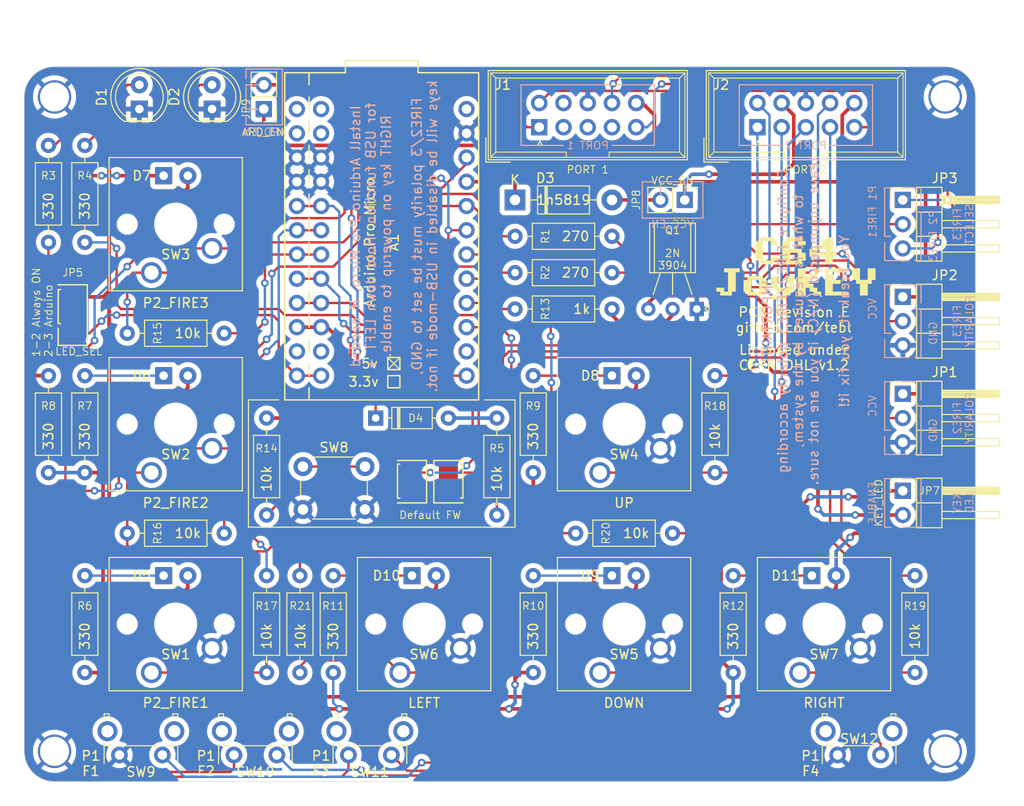
<source format=kicad_pcb>
(kicad_pcb (version 20240108) (generator "pcbnew") (generator_version "8.0")
  (layers (0 "F.Cu" signal) (31 "B.Cu" signal) (34 "B.Paste" user) (35 "F.Paste" user) (36 "B.SilkS" user "B.Silkscreen") (37 "F.SilkS" user "F.Silkscreen") (38 "B.Mask" user) (39 "F.Mask" user) (44 "Edge.Cuts" user))
  (net 0 "")
  (net 1 "P1_FIRE1")
  (net 2 "GND")
  (net 3 "P2_FIRE2")
  (net 4 "VCC")
  (net 5 "P2_FIRE1")
  (net 6 "P2_FIRE3")
  (net 7 "P2_RIGHT")
  (net 8 "P2_LEFT")
  (net 9 "P2_DOWN")
  (net 10 "P2_UP")
  (net 11 "Net-(A1-RST)")
  (net 12 "Net-(A1-D15)")
  (net 15 "Net-(A1-D14)")
  (net 18 "Net-(A1-VCC)")
  (net 19 "/FIRE3_IN")
  (net 20 "/FIRE1_IN")
  (net 22 "/FIRE2_IN")
  (net 23 "Net-(A1-D19)")
  (net 24 "/FIRE1_OUT")
  (net 26 "FIRE3_POL")
  (net 27 "FIRE2_POL")
  (net 30 "Net-(A1-D18)")
  (net 31 "Net-(D1-A)")
  (net 32 "Net-(D2-A)")
  (net 33 "Net-(D3-A)")
  (net 34 "Net-(D4-A)")
  (net 35 "Net-(D5-K)")
  (net 36 "Net-(JP7-Pad1)")
  (net 37 "Net-(D6-K)")
  (net 38 "/FIRE2_OUT")
  (net 39 "/PWR")
  (net 40 "/UNDERGLOW")
  (net 41 "/SYS")
  (net 42 "Net-(D7-K)")
  (net 43 "Net-(D8-K)")
  (net 44 "Net-(D9-K)")
  (net 45 "Net-(D10-K)")
  (net 46 "Net-(D11-K)")
  (net 49 "Net-(JP4-Pad1)")
  (net 50 "Net-(JP6-Pad1)")
  (net 51 "P1_FIRE3")
  (net 52 "P1_FIRE2")
  (net 53 "P1_FIRE4")
  (net 56 "Net-(J2-Pin_7)")
  (net 57 "Net-(JP1-C)")
  (net 58 "Net-(JP2-C)")
  (net 59 "Net-(JP3-C)")
  (net 60 "Net-(JP5-C)")
  (net 61 "Net-(Q1-C)")
  (net 62 "Net-(Q1-B)")
  (footprint "Button_Switch_Keyboard:SW_Cherry_MX_1.00u_PCB" (layer "F.Cu") (at 201.295 125.095 180)
    (property "Reference" "SW4")
    (property "Value" "UP")
  )
  (footprint "Button_Switch_Keyboard:SW_Cherry_MX_1.00u_PCB" (layer "F.Cu") (at 201.295 146.05 180)
    (property "Reference" "SW5")
    (property "Value" "DOWN")
  )
  (footprint "Button_Switch_Keyboard:SW_Cherry_MX_1.00u_PCB" (layer "F.Cu") (at 180.34 146.05 180)
    (property "Reference" "SW6")
    (property "Value" "LEFT")
  )
  (footprint "Button_Switch_Keyboard:SW_Cherry_MX_1.00u_PCB" (layer "F.Cu") (at 222.25 146.05 180)
    (property "Reference" "SW7")
    (property "Value" "RIGHT")
  )
  (footprint "mounting:M3_pin" (layer "F.Cu") (at 144.145 154.305)
    (property "Reference" "M1" (hide yes))
    (property "Value" "Mounting" (hide yes))
  )
  (footprint "mounting:M3_pin" (layer "F.Cu") (at 237.49 154.305)
    (property "Reference" "M2" (hide yes))
    (property "Value" "Mounting" (hide yes))
  )
  (footprint "mounting:M3_pin" (layer "F.Cu") (at 237.49 85.725)
    (property "Reference" "M3" (hide yes))
    (property "Value" "Mounting" (hide yes))
  )
  (footprint "mounting:M3_pin" (layer "F.Cu") (at 144.145 85.725)
    (property "Reference" "M4" (hide yes))
    (property "Value" "Mounting" (hide yes))
  )
  (footprint "LED_THT:LED_D5.0mm" (layer "F.Cu") (at 160.655 86.995 90)
    (property "Reference" "D2")
    (property "Value" "SYS")
  )
  (footprint "Button_Switch_THT:SW_PUSH_6mm" (layer "F.Cu") (at 170.18 124.46)
    (property "Reference" "SW8")
    (property "Value" "RESET")
  )
  (footprint "arduino_pro_micro:Arduino_Pro_Micro" (layer "F.Cu") (at 178.435 100.965)
    (property "Reference" "A1")
    (property "Value" "Arduino_Pro_Micro")
  )
  (footprint "Connector_PinHeader_2.54mm:PinHeader_1x03_P2.54mm_Horizontal" (layer "F.Cu") (at 233.045 106.68)
    (property "Reference" "JP2")
    (property "Value" "F3_POL")
  )
  (footprint "Connector_PinHeader_2.54mm:PinHeader_1x03_P2.54mm_Horizontal" (layer "F.Cu") (at 233.045 96.52)
    (property "Reference" "JP3")
    (property "Value" "FIRE3_SEL")
  )
  (footprint "C64 IDC:IDC_Joystick" (layer "F.Cu") (at 217.805 88.9 90)
    (property "Reference" "J2")
    (property "Value" "Port_2" (hide yes))
  )
  (footprint "C64 IDC:IDC_Joystick" (layer "F.Cu") (at 194.945 88.9 90)
    (property "Reference" "J1")
    (property "Value" "Port_1" (hide yes))
  )
  (footprint "LED_THT:LED_D5.0mm" (layer "F.Cu") (at 153.035 86.995 90)
    (property "Reference" "D1")
    (property "Value" "PWR")
  )
  (footprint "Diode_THT:D_DO-41_SOD81_P10.16mm_Horizontal" (layer "F.Cu") (at 192.405 96.52)
    (property "Reference" "D3")
    (property "Value" "1n5819")
  )
  (footprint "LED_THT:LED_Rectangular_W3.0mm_H2.0mm" (layer "F.Cu") (at 155.575 135.89)
    (property "Reference" "D5")
    (property "Value" "LED")
  )
  (footprint "LED_THT:LED_Rectangular_W3.0mm_H2.0mm" (layer "F.Cu") (at 155.575 93.98)
    (property "Reference" "D7")
    (property "Value" "LED")
  )
  (footprint "LED_THT:LED_Rectangular_W3.0mm_H2.0mm" (layer "F.Cu") (at 202.565 114.935)
    (property "Reference" "D8")
    (property "Value" "LED")
  )
  (footprint "LED_THT:LED_Rectangular_W3.0mm_H2.0mm" (layer "F.Cu") (at 202.565 135.89)
    (property "Reference" "D9")
    (property "Value" "LED")
  )
  (footprint "LED_THT:LED_Rectangular_W3.0mm_H2.0mm" (layer "F.Cu") (at 181.61 135.89)
    (property "Reference" "D10")
    (property "Value" "LED")
  )
  (footprint "LED_THT:LED_Rectangular_W3.0mm_H2.0mm" (layer "F.Cu") (at 223.52 135.89)
    (property "Reference" "D11")
    (property "Value" "LED")
  )
  (footprint "Resistor_THT:R_Axial_DIN0207_L6.3mm_D2.5mm_P10.16mm_Horizontal" (layer "F.Cu") (at 143.51 90.805 -90)
    (property "Reference" "R3")
    (property "Value" "330")
  )
  (footprint "Resistor_THT:R_Axial_DIN0207_L6.3mm_D2.5mm_P10.16mm_Horizontal" (layer "F.Cu") (at 147.32 90.805 -90)
    (property "Reference" "R4")
    (property "Value" "330")
  )
  (footprint "Resistor_THT:R_Axial_DIN0207_L6.3mm_D2.5mm_P10.16mm_Horizontal" (layer "F.Cu") (at 147.32 135.89 -90)
    (property "Reference" "R6")
    (property "Value" "330")
  )
  (footprint "Resistor_THT:R_Axial_DIN0207_L6.3mm_D2.5mm_P10.16mm_Horizontal" (layer "F.Cu") (at 147.32 114.935 -90)
    (property "Reference" "R7")
    (property "Value" "330")
  )
  (footprint "Resistor_THT:R_Axial_DIN0207_L6.3mm_D2.5mm_P10.16mm_Horizontal" (layer "F.Cu") (at 194.31 114.935 -90)
    (property "Reference" "R9")
    (property "Value" "330")
  )
  (footprint "Resistor_THT:R_Axial_DIN0207_L6.3mm_D2.5mm_P10.16mm_Horizontal" (layer "F.Cu") (at 194.31 135.89 -90)
    (property "Reference" "R10")
    (property "Value" "330")
  )
  (footprint "Resistor_THT:R_Axial_DIN0207_L6.3mm_D2.5mm_P10.16mm_Horizontal" (layer "F.Cu") (at 173.355 135.89 -90)
    (property "Reference" "R11")
    (property "Value" "330")
  )
  (footprint "Resistor_THT:R_Axial_DIN0207_L6.3mm_D2.5mm_P10.16mm_Horizontal" (layer "F.Cu") (at 215.265 135.89 -90)
    (property "Reference" "R12")
    (property "Value" "330")
  )
  (footprint "LED_THT:LED_Rectangular_W3.0mm_H2.0mm" (layer "F.Cu") (at 155.575 114.935)
    (property "Reference" "D6")
    (property "Value" "LED")
  )
  (footprint "Resistor_THT:R_Axial_DIN0207_L6.3mm_D2.5mm_P10.16mm_Horizontal" (layer "F.Cu") (at 143.51 114.935 -90)
    (property "Reference" "R8")
    (property "Value" "330")
  )
  (footprint "Resistor_THT:R_Axial_DIN0207_L6.3mm_D2.5mm_P10.16mm_Horizontal" (layer "F.Cu") (at 192.405 104.14)
    (property "Reference" "R2")
    (property "Value" "270")
  )
  (footprint "Resistor_THT:R_Axial_DIN0207_L6.3mm_D2.5mm_P10.16mm_Horizontal" (layer "F.Cu") (at 192.405 100.33)
    (property "Reference" "R1")
    (property "Value" "270")
  )
  (footprint "Resistor_THT:R_Axial_DIN0207_L6.3mm_D2.5mm_P10.16mm_Horizontal" (layer "F.Cu") (at 202.565 107.95 180)
    (property "Reference" "R13")
    (property "Value" "1k")
  )
  (footprint "Connector_PinHeader_2.54mm:PinHeader_1x02_P2.54mm_Horizontal" (layer "F.Cu") (at 233.045 127)
    (property "Reference" "JP7")
    (property "Value" "KEY_LED")
  )
  (footprint "Connector_PinHeader_2.54mm:PinHeader_1x03_P2.54mm_Horizontal" (layer "F.Cu") (at 233.045 116.84)
    (property "Reference" "JP1")
    (property "Value" "F2_POL")
  )
  (footprint "2n3904:2N3904_TO-92_Horizontal_FlatSideDown" (layer "F.Cu") (at 210.185 107.95 180)
    (property "Reference" "Q1")
    (property "Value" "2N3904")
  )
  (footprint "Button_Switch_Keyboard:SW_Cherry_MX_1.00u_PCB" (layer "F.Cu") (at 154.305 125.095 180)
    (property "Reference" "SW2")
    (property "Value" "P2_FIRE2")
  )
  (footprint "Button_Switch_Keyboard:SW_Cherry_MX_1.00u_PCB" (layer "F.Cu") (at 154.305 146.05 180)
    (property "Reference" "SW1")
    (property "Value" "P2_FIRE1")
  )
  (footprint "Button_Switch_Keyboard:SW_Cherry_MX_1.00u_PCB" (layer "F.Cu") (at 154.305 104.14 180)
    (property "Reference" "SW3")
    (property "Value" "P2_FIRE3")
  )
  (footprint "Resistor_THT:R_Axial_DIN0207_L6.3mm_D2.5mm_P10.16mm_Horizontal" (layer "F.Cu") (at 190.5 119.38 -90)
    (property "Reference" "R5")
    (property "Value" "10k")
  )
  (footprint "Connector_PinHeader_2.54mm:PinHeader_1x02_P2.54mm_Vertical" (layer "F.Cu") (at 210.185 96.52 -90)
    (property "Reference" "JP8")
    (property "Value" "VCC_EN")
  )
  (footprint "Connector_PinHeader_2.54mm:PinHeader_1x02_P2.54mm_Vertical" (layer "F.Cu") (at 166.0779 86.995 180)
    (property "Reference" "JP9")
    (property "Value" "ARD_EN")
  )
  (footprint "Resistor_THT:R_Axial_DIN0207_L6.3mm_D2.5mm_P10.16mm_Horizontal" (layer "F.Cu") (at 161.925 110.49 180)
    (property "Reference" "R15")
    (property "Value" "10k")
  )
  (footprint "Resistor_THT:R_Axial_DIN0207_L6.3mm_D2.5mm_P10.16mm_Horizontal" (layer "F.Cu") (at 161.925 131.445 180)
    (property "Reference" "R16")
    (property "Value" "10k")
  )
  (footprint "Resistor_THT:R_Axial_DIN0207_L6.3mm_D2.5mm_P10.16mm_Horizontal" (layer "F.Cu") (at 213.36 125.095 90)
    (property "Reference" "R18")
    (property "Value" "10k")
  )
  (footprint "Resistor_THT:R_Axial_DIN0207_L6.3mm_D2.5mm_P10.16mm_Horizontal" (layer "F.Cu") (at 234.315 146.05 90)
    (property "Reference" "R19")
    (property "Value" "10k")
  )
  (footprint "Resistor_THT:R_Axial_DIN0207_L6.3mm_D2.5mm_P10.16mm_Horizontal" (layer "F.Cu") (at 208.915 131.445 180)
    (property "Reference" "R20")
    (property "Value" "10k")
  )
  (footprint "solder_bridge:select" (layer "F.Cu") (at 146.05 106.68)
    (property "Reference" "JP5" (hide yes))
    (property "Value" "LED_SEL")
  )
  (footprint "Resistor_THT:R_Axial_DIN0207_L6.3mm_D2.5mm_P10.16mm_Horizontal" (layer "F.Cu") (at 169.8625 146.05 90)
    (property "Reference" "R21")
    (property "Value" "10k")
  )
  (footprint "Resistor_THT:R_Axial_DIN0207_L6.3mm_D2.5mm_P10.16mm_Horizontal" (layer "F.Cu") (at 166.37 135.89 -90)
    (property "Reference" "R17")
    (property "Value" "10k")
  )
  (footprint "Resistor_THT:R_Axial_DIN0207_L6.3mm_D2.5mm_P10.16mm_Horizontal" (layer "F.Cu") (at 166.37 119.38 -90)
    (property "Reference" "R14")
    (property "Value" "10k")
  )
  (footprint "Diode_THT:D_DO-35_SOD27_P7.62mm_Horizontal" (layer "F.Cu") (at 177.8 119.38)
    (property "Reference" "D4")
    (property "Value" "1n4148")
  )
  (footprint "Button_Switch_THT:SW_Tactile_SPST_Angled_PTS645Vx31-2LFS" (layer "F.Cu") (at 179.448 154.686 180)
    (property "Reference" "SW11")
    (property "Value" "P1_FIRE3")
  )
  (footprint "logo:c64_joykey" (layer "F.Cu") (at 221.615 103.505)
    (property "Reference" "G***" (hide yes))
    (property "Value" "LOGO" (hide yes))
  )
  (footprint "Button_Switch_THT:SW_Tactile_SPST_Angled_PTS645Vx31-2LFS" (layer "F.Cu") (at 230.7155 154.686 180)
    (property "Reference" "SW12")
    (property "Value" "P1_FIRE4")
  )
  (footprint "Button_Switch_THT:SW_Tactile_SPST_Angled_PTS645Vx31-2LFS" (layer "F.Cu") (at 155.448 154.686 180)
    (property "Reference" "SW9")
    (property "Value" "P1_FIRE1")
  )
  (footprint "Button_Switch_THT:SW_Tactile_SPST_Angled_PTS645Vx31-2LFS" (layer "F.Cu") (at 167.448 154.686 180)
    (property "Reference" "SW10")
    (property "Value" "P1_FIRE2")
  )
  (footprint "solder_bridge:bridge" (layer "F.Cu") (at 185.42 127 180)
    (property "Reference" "JP4" (hide yes))
    (property "Value" "DEFAULT_FW")
  )
  (footprint "solder_bridge:bridge_r" (layer "F.Cu") (at 181.61 127 180)
    (property "Reference" "JP6" (hide yes))
    (property "Value" "DEFAULT_FW")
  )
  (gr_line (start 231.14 100.33) (end 231.14 95.25) (stroke (width 0.12)) (layer "B.SilkS"))
  (gr_line (start 231.775 100.33) (end 231.14 100.33) (stroke (width 0.12)) (layer "B.SilkS"))
  (gr_line (start 231.775 95.25) (end 231.14 95.25) (stroke (width 0.12)) (layer "B.SilkS"))
  (gr_line (start 234.315 123.19) (end 234.95 123.19) (stroke (width 0.12)) (layer "B.SilkS"))
  (gr_line (start 234.95 118.11) (end 234.315 118.11) (stroke (width 0.12)) (layer "B.SilkS"))
  (gr_line (start 234.95 118.11) (end 234.95 123.19) (stroke (width 0.12)) (layer "B.SilkS"))
  (gr_line (start 231.14 102.87) (end 233.68 102.87) (stroke (width 0.12)) (layer "B.SilkS"))
  (gr_line (start 234.95 95.25) (end 233.045 95.25) (stroke (width 0.12)) (layer "B.SilkS"))
  (gr_line (start 231.14 100.965) (end 231.14 102.87) (stroke (width 0.12)) (layer "B.SilkS"))
  (gr_line (start 215.9 84.455) (end 229.87 84.455) (stroke (width 0.12)) (layer "B.SilkS"))
  (gr_line (start 215.9 90.805) (end 215.9 84.455) (stroke (width 0.12)) (layer "B.SilkS"))
  (gr_line (start 229.87 90.805) (end 225.425 90.805) (stroke (width 0.12)) (layer "B.SilkS"))
  (gr_line (start 220.345 90.805) (end 215.9 90.805) (stroke (width 0.12)) (layer "B.SilkS"))
  (gr_line (start 229.87 84.455) (end 229.87 90.805) (stroke (width 0.12)) (layer "B.SilkS"))
  (gr_line (start 234.95 115.57) (end 234.95 117.475) (stroke (width 0.12)) (layer "B.SilkS"))
  (gr_line (start 231.14 123.19) (end 233.68 123.19) (stroke (width 0.12)) (layer "B.SilkS"))
  (gr_line (start 231.14 121.285) (end 231.14 123.19) (stroke (width 0.12)) (layer "B.SilkS"))
  (gr_line (start 234.95 115.57) (end 233.045 115.57) (stroke (width 0.12)) (layer "B.SilkS"))
  (gr_line (start 231.775 120.65) (end 231.14 120.65) (stroke (width 0.12)) (layer "B.SilkS"))
  (gr_line (start 231.14 120.65) (end 231.14 115.57) (stroke (width 0.12)) (layer "B.SilkS"))
  (gr_line (start 231.775 115.57) (end 231.14 115.57) (stroke (width 0.12)) (layer "B.SilkS"))
  (gr_line (start 231.14 130.81) (end 231.14 125.73) (stroke (width 0.12)) (layer "B.SilkS"))
  (gr_line (start 234.95 130.81) (end 233.045 130.81) (stroke (width 0.12)) (layer "B.SilkS"))
  (gr_line (start 207.645 94.615) (end 210.185 94.615) (stroke (width 0.12)) (layer "B.SilkS"))
  (gr_line (start 207.645 95.885) (end 207.645 94.615) (stroke (width 0.12)) (layer "B.SilkS"))
  (gr_line (start 212.09 98.425) (end 205.74 98.425) (stroke (width 0.12)) (layer "B.SilkS"))
  (gr_line (start 212.09 94.615) (end 212.09 98.425) (stroke (width 0.12)) (layer "B.SilkS"))
  (gr_line (start 210.185 94.615) (end 210.185 95.885) (stroke (width 0.12)) (layer "B.SilkS"))
  (gr_line (start 210.82 94.615) (end 212.09 94.615) (stroke (width 0.12)) (layer "B.SilkS"))
  (gr_line (start 205.74 94.615) (end 207.01 94.615) (stroke (width 0.12)) (layer "B.SilkS"))
  (gr_line (start 205.74 98.425) (end 205.74 94.615) (stroke (width 0.12)) (layer "B.SilkS"))
  (gr_line (start 164.211 83.82) (end 164.211 82.804) (stroke (width 0.12)) (layer "B.SilkS"))
  (gr_line (start 164.211 88.646) (end 164.211 87.63) (stroke (width 0.12)) (layer "B.SilkS"))
  (gr_line (start 164.211 84.455) (end 165.481 84.455) (stroke (width 0.12)) (layer "B.SilkS"))
  (gr_line (start 165.481 86.995) (end 164.211 86.995) (stroke (width 0.12)) (layer "B.SilkS"))
  (gr_line (start 164.211 82.804) (end 168.021 82.804) (stroke (width 0.12)) (layer "B.SilkS"))
  (gr_line (start 168.021 82.804) (end 168.021 88.646) (stroke (width 0.12)) (layer "B.SilkS"))
  (gr_line (start 164.211 86.995) (end 164.211 84.455) (stroke (width 0.12)) (layer "B.SilkS"))
  (gr_line (start 168.021 88.646) (end 164.211 88.646) (stroke (width 0.12)) (layer "B.SilkS"))
  (gr_line (start 234.95 95.25) (end 234.95 97.155) (stroke (width 0.12)) (layer "B.SilkS"))
  (gr_line (start 234.95 125.73) (end 234.95 130.81) (stroke (width 0.12)) (layer "B.SilkS"))
  (gr_line (start 193.04 90.805) (end 193.04 84.455) (stroke (width 0.12)) (layer "B.SilkS"))
  (gr_line (start 207.01 90.805) (end 202.565 90.805) (stroke (width 0.12)) (layer "B.SilkS"))
  (gr_line (start 231.14 110.49) (end 231.14 105.41) (stroke (width 0.12)) (layer "B.SilkS"))
  (gr_line (start 234.95 105.41) (end 234.95 107.315) (stroke (width 0.12)) (layer "B.SilkS"))
  (gr_line (start 234.95 97.79) (end 234.315 97.79) (stroke (width 0.12)) (layer "B.SilkS"))
  (gr_line (start 234.95 125.73) (end 233.045 125.73) (stroke (width 0.12)) (layer "B.SilkS"))
  (gr_line (start 234.95 107.95) (end 234.315 107.95) (stroke (width 0.12)) (layer "B.SilkS"))
  (gr_line (start 231.14 125.73) (end 231.775 125.73) (stroke (width 0.12)) (layer "B.SilkS"))
  (gr_line (start 231.775 110.49) (end 231.14 110.49) (stroke (width 0.12)) (layer "B.SilkS"))
  (gr_line (start 234.95 107.95) (end 234.95 113.03) (stroke (width 0.12)) (layer "B.SilkS"))
  (gr_line (start 207.01 84.455) (end 207.01 90.805) (stroke (width 0.12)) (layer "B.SilkS"))
  (gr_line (start 234.315 102.87) (end 234.95 102.87) (stroke (width 0.12)) (layer "B.SilkS"))
  (gr_line (start 197.485 90.805) (end 193.04 90.805) (stroke (width 0.12)) (layer "B.SilkS"))
  (gr_line (start 193.04 84.455) (end 207.01 84.455) (stroke (width 0.12)) (layer "B.SilkS"))
  (gr_line (start 234.95 105.41) (end 233.045 105.41) (stroke (width 0.12)) (layer "B.SilkS"))
  (gr_line (start 231.14 111.125) (end 231.14 113.03) (stroke (width 0.12)) (layer "B.SilkS"))
  (gr_line (start 234.315 113.03) (end 234.95 113.03) (stroke (width 0.12)) (layer "B.SilkS"))
  (gr_line (start 234.95 97.79) (end 234.95 102.87) (stroke (width 0.12)) (layer "B.SilkS"))
  (gr_line (start 231.775 130.81) (end 231.14 130.81) (stroke (width 0.12)) (layer "B.SilkS"))
  (gr_line (start 231.14 113.03) (end 233.68 113.03) (stroke (width 0.12)) (layer "B.SilkS"))
  (gr_line (start 231.775 105.41) (end 231.14 105.41) (stroke (width 0.12)) (layer "B.SilkS"))
  (gr_line (start 192.405 130.81) (end 164.465 130.81) (stroke (width 0.12)) (layer "F.SilkS"))
  (gr_line (start 192.405 117.475) (end 192.405 130.81) (stroke (width 0.12)) (layer "F.SilkS"))
  (gr_line (start 167.64 117.475) (end 164.465 117.475) (stroke (width 0.12)) (layer "F.SilkS"))
  (gr_line (start 180.34 113.03) (end 179.07 114.3) (stroke (width 0.12)) (layer "F.SilkS"))
  (gr_line (start 164.465 117.475) (end 164.465 130.81) (stroke (width 0.12)) (layer "F.SilkS"))
  (gr_line (start 179.07 114.3) (end 179.07 113.03) (stroke (width 0.12)) (layer "F.SilkS"))
  (gr_line (start 189.23 117.475) (end 192.405 117.475) (stroke (width 0.12)) (layer "F.SilkS"))
  (gr_line (start 179.07 113.03) (end 180.34 114.3) (stroke (width 0.12)) (layer "F.SilkS"))
  (gr_arc (start 240.665 154.305) (mid 239.735064 156.550064) (end 237.49 157.48) (stroke (width 0.05)) (layer "Edge.Cuts"))
  (gr_arc (start 237.49 82.55) (mid 239.735064 83.479936) (end 240.665 85.725) (stroke (width 0.05)) (layer "Edge.Cuts"))
  (gr_line (start 144.145 82.55) (end 237.49 82.55) (stroke (width 0.05)) (layer "Edge.Cuts"))
  (gr_arc (start 144.145 157.48) (mid 141.899936 156.550064) (end 140.97 154.305) (stroke (width 0.05)) (layer "Edge.Cuts"))
  (gr_arc (start 140.97 85.725) (mid 141.899936 83.479936) (end 144.145 82.55) (stroke (width 0.05)) (layer "Edge.Cuts"))
  (gr_line (start 140.97 154.305) (end 140.97 85.725) (stroke (width 0.05)) (layer "Edge.Cuts"))
  (gr_line (start 237.49 157.48) (end 144.145 157.48) (stroke (width 0.05)) (layer "Edge.Cuts"))
  (gr_line (start 240.665 85.725) (end 240.665 154.305) (stroke (width 0.05)) (layer "Edge.Cuts"))
  (gr_text "GND" (at 236.22 110.49 90) (layer "B.SilkS") (effects (font (size 0.8 0.8) (thickness 0.1)) (justify mirror)))
  (gr_text "P1 FIRE1" (at 229.87 97.79 90) (layer "B.SilkS") (effects (font (size 0.8 0.8) (thickness 0.1)) (justify mirror)))
  (gr_text "P2 FIRE3" (at 236.22 100.33 90) (layer "B.SilkS") (effects (font (size 0.8 0.8) (thickness 0.1)) (justify mirror)))
  (gr_text "PORT 1" (at 200.025 90.805 0) (layer "B.SilkS") (effects (font (size 0.8 0.8) (thickness 0.1)) (justify mirror)))
  (gr_text "PORT 2" (at 222.885 90.805 0) (layer "B.SilkS") (effects (font (size 0.8 0.8) (thickness 0.1)) (justify mirror)))
  (gr_text "FIRE3\nSELECT" (at 239.395 99.06 90) (layer "B.SilkS") (effects (font (size 0.8 0.8) (thickness 0.1)) (justify mirror)))
  (gr_text "VCC" (at 229.87 107.95 90) (layer "B.SilkS") (effects (font (size 0.8 0.8) (thickness 0.1)) (justify mirror)))
  (gr_text "Install Arduino Pro Micro, if needed\nfor USB function. Hold down LEFT +\nRIGHT key on powerup to enable.\n\nFIRE2/3 polarity must be set to GND,\nkeys will be disabled in USB-mode if not." (at 179.705 100.33 90) (layer "B.SilkS") (effects (font (size 1 1)) (justify mirror)))
  (gr_text "FIRE2\nPOLARITY" (at 239.395 119.38 90) (layer "B.SilkS") (effects (font (size 0.8 0.8) (thickness 0.1)) (justify mirror)))
  (gr_text "KEY\nLED" (at 239.395 128.27 90) (layer "B.SilkS") (effects (font (size 0.8 0.8) (thickness 0.1)) (justify mirror)))
  (gr_text "ENABLE" (at 229.87 128.27 90) (layer "B.SilkS") (effects (font (size 0.8 0.8) (thickness 0.1)) (justify mirror)))
  (gr_text "VCC_EN" (at 208.915 99.06 0) (layer "B.SilkS") (effects (font (size 0.8 0.8) (thickness 0.1)) (justify mirror)))
  (gr_text "ARD_EN" (at 166.116 89.408 0) (layer "B.SilkS") (effects (font (size 0.8 0.8) (thickness 0.1)) (justify mirror)))
  (gr_text "GND" (at 236.22 120.65 90) (layer "B.SilkS") (effects (font (size 0.8 0.8) (thickness 0.1)) (justify mirror)))
  (gr_text "IMPORTANT!\nConfigure FIRE2/FIRE3 polarity according\nto what is required by the system,\nleave unjumpered (N/C) if you are not sure.\n\nYou break it, you fix it!" (at 222.885 109.22 90) (layer "B.SilkS") (effects (font (size 1 1)) (justify mirror)))
  (gr_text "FIRE3\nPOLARITY" (at 239.395 109.22 90) (layer "B.SilkS") (effects (font (size 0.8 0.8) (thickness 0.1)) (justify mirror)))
  (gr_text "VCC" (at 229.87 118.11 90) (layer "B.SilkS") (effects (font (size 0.8 0.8) (thickness 0.1)) (justify mirror)))
  (gr_text "Licensed under\nCERN OHL v1.2" (at 221.615 113.03 0) (layer "F.SilkS") (effects (font (size 1 1))))
  (gr_text "PORT 1" (at 200.025 93.345 0) (layer "F.SilkS") (effects (font (size 0.8 0.8) (thickness 0.1))))
  (gr_text "PORT 2" (at 222.885 93.345 0) (layer "F.SilkS") (effects (font (size 0.8 0.8) (thickness 0.1))))
  (gr_text "Default FW" (at 183.515 129.54 0) (layer "F.SilkS") (effects (font (size 0.8 0.8) (thickness 0.1))))
  (gr_text "P1\nF3" (at 172.085 155.575 0) (layer "F.SilkS") (effects (font (size 1 1))))
  (gr_text "PCB Revision F\ngithub.com/tebl" (at 221.615 109.093 0) (layer "F.SilkS") (effects (font (size 1 1))))
  (gr_text "P1\nF4" (at 223.393 155.575 0) (layer "F.SilkS") (effects (font (size 1 1))))
  (gr_text "1-2 Always ON\n2-3 Arduino" (at 142.875 113.03 90) (layer "F.SilkS") (effects (font (size 0.8 0.8) (thickness 0.1)) (justify left)))
  (gr_text "P1\nF1" (at 147.955 155.575 0) (layer "F.SilkS") (effects (font (size 1 1))))
  (gr_text "P1\nF2" (at 160.02 155.575 0) (layer "F.SilkS") (effects (font (size 1 1))))
  (segment (start 229.235 85.09) (end 229.616 85.471) (width 0.25) (layer "F.Cu") (net 1))
  (segment (start 237.744 94.869) (end 237.744 96.52) (width 0.25) (layer "F.Cu") (net 1))
  (segment (start 238.252 147.82659) (end 238.252 97.028) (width 0.25) (layer "F.Cu") (net 1))
  (segment (start 237.48859 148.59) (end 238.252 147.82659) (width 0.25) (layer "F.Cu") (net 1))
  (segment (start 182.626002 155.48499) (end 210.91001 155.48499) (width 0.25) (layer "F.Cu") (net 1))
  (segment (start 229.616 86.741) (end 237.744 94.869) (width 0.25) (layer "F.Cu") (net 1))
  (segment (start 210.91001 155.48499) (end 217.805 148.59) (width 0.25) (layer "F.Cu") (net 1))
  (segment (start 229.616 85.471) (end 229.616 86.741) (width 0.25) (layer "F.Cu") (net 1))
  (segment (start 196.215 85.09) (end 229.235 85.09) (width 0.25) (layer "F.Cu") (net 1))
  (segment (start 217.805 148.59) (end 237.48859 148.59) (width 0.25) (layer "F.Cu") (net 1))
  (segment (start 238.252 97.028) (end 237.744 96.52) (width 0.25) (layer "F.Cu") (net 1))
  (segment (start 194.945 86.36) (end 196.215 85.09) (width 0.25) (layer "F.Cu") (net 1))
  (via (at 237.744 96.52) (size 0.8) (drill 0.4) (layers "F.Cu" "B.Cu") (net 1))
  (via (at 182.626002 155.48499) (size 0.8) (drill 0.4) (layers "F.Cu" "B.Cu") (net 1))
  (segment (start 157.734 156.972) (end 181.138992 156.972) (width 0.25) (layer "B.Cu") (net 1))
  (segment (start 181.138992 156.972) (end 182.626002 155.48499) (width 0.25) (layer "B.Cu") (net 1))
  (segment (start 155.448 154.686) (end 157.734 156.972) (width 0.25) (layer "B.Cu") (net 1))
  (segment (start 233.045 96.52) (end 237.744 96.52) (width 0.25) (layer "B.Cu") (net 1))
  (segment (start 191.135 113.03) (end 191.135 114.935) (width 0.25) (layer "F.Cu") (net 3))
  (segment (start 191.135 114.935) (end 188.595 117.475) (width 0.25) (layer "F.Cu") (net 3))
  (segment (start 219.71 112.395) (end 191.77 112.395) (width 0.25) (layer "F.Cu") (net 3))
  (segment (start 220.98 104.14) (end 220.345 104.775) (width 0.25) (layer "F.Cu") (net 3))
  (segment (start 191.77 112.395) (end 191.135 113.03) (width 0.25) (layer "F.Cu") (net 3))
  (segment (start 181.61 125.095) (end 183.515 125.095) (width 0.25) (layer "F.Cu") (net 3))
  (segment (start 187.325 124.37) (end 188.595 123.1) (width 0.25) (layer "F.Cu") (net 3))
  (segment (start 168.91 127) (end 177.165 127) (width 0.25) (layer "F.Cu") (net 3))
  (segment (start 166.37 129.54) (end 168.91 127) (width 0.25) (layer "F.Cu") (net 3))
  (segment (start 177.165 127) (end 179.07 125.095) (width 0.25) (layer "F.Cu") (net 3))
  (segment (start 223.61 104.14) (end 220.98 104.14) (width 0.25) (layer "F.Cu") (net 3))
  (segment (start 188.595 117.475) (end 188.595 123.1) (width 0.25) (layer "F.Cu") (net 3))
  (segment (start 220.345 111.76) (end 219.71 112.395) (width 0.25) (layer "F.Cu") (net 3))
  (segment (start 220.345 104.775) (end 220.345 111.76) (width 0.25) (layer "F.Cu") (net 3))
  (segment (start 179.07 125.095) (end 181.61 125.095) (width 0.25) (layer "F.Cu") (net 3))
  (via (at 223.61 104.14) (size 0.8) (drill 0.4) (layers "F.Cu" "B.Cu") (net 3))
  (via (at 183.515 125.095) (size 0.8) (drill 0.4) (layers "F.Cu" "B.Cu") (net 3))
  (via (at 187.325 124.37) (size 0.8) (drill 0.4) (layers "F.Cu" "B.Cu") (net 3))
  (segment (start 224.155 103.595) (end 223.61 104.14) (width 0.25) (layer "B.Cu") (net 3))
  (segment (start 224.155 103.505) (end 224.155 103.595) (width 0.25) (layer "B.Cu") (net 3))
  (segment (start 183.515 125.095) (end 186.6 125.095) (width 0.25) (layer "B.Cu") (net 3))
  (segment (start 225.425 86.36) (end 224.155 87.63) (width 0.25) (layer "B.Cu") (net 3))
  (segment (start 186.6 125.095) (end 187.325 124.37) (width 0.25) (layer "B.Cu") (net 3))
  (segment (start 224.155 87.63) (end 224.155 103.505) (width 0.25) (layer "B.Cu") (net 3))
  (segment (start 158.115 114.935) (end 158.115 116.205) (width 0.381) (layer "F.Cu") (net 4))
  (segment (start 150.495 116.84) (end 157.48 116.84) (width 0.381) (layer "F.Cu") (net 4))
  (segment (start 158.115 116.205) (end 157.48 116.84) (width 0.381) (layer "F.Cu") (net 4))
  (segment (start 233.045 106.68) (end 234.638998 106.68) (width 0.381) (layer "F.Cu") (net 4))
  (segment (start 196.85 147.955) (end 196.215 148.59) (width 0.381) (layer "F.Cu") (net 4))
  (segment (start 183.515 137.795) (end 184.15 137.16) (width 0.381) (layer "F.Cu") (net 4))
  (segment (start 192.405 94.615) (end 191.135 94.615) (width 0.381) (layer "F.Cu") (net 4))
  (segment (start 150.405 89.625) (end 163.105 89.625) (width 0.381) (layer "F.Cu") (net 4))
  (segment (start 200.66 127.635) (end 200.66 136.525) (width 0.381) (layer "F.Cu") (net 4))
  (segment (start 149.86 116.205) (end 149.86 137.16) (width 0.381) (layer "F.Cu") (net 4))
  (segment (start 167.64 148.59) (end 168.275 147.955) (width 0.381) (layer "F.Cu") (net 4))
  (segment (start 200.66 118.11) (end 200.66 122.404529) (width 0.381) (layer "F.Cu") (net 4))
  (segment (start 192.405 96.52) (end 192.405 94.615) (width 0.381) (layer "F.Cu") (net 4))
  (segment (start 199.39 123.674529) (end 199.39 126.365) (width 0.381) (layer "F.Cu") (net 4))
  (segment (start 158.115 137.16) (end 157.48 137.795) (width 0.381) (layer "F.Cu") (net 4))
  (segment (start 150.495 137.795) (end 149.86 137.16) (width 0.381) (layer "F.Cu") (net 4))
  (segment (start 150.495 116.84) (end 149.86 116.205) (width 0.381) (layer "F.Cu") (net 4))
  (segment (start 157.48 95.885) (end 158.115 95.25) (width 0.381) (layer "F.Cu") (net 4))
  (segment (start 200.66 136.525) (end 199.39 137.795) (width 0.381) (layer "F.Cu") (net 4))
  (segment (start 205.105 137.16) (end 205.105 135.89) (width 0.381) (layer "F.Cu") (net 4))
  (segment (start 233.045 116.84) (end 234.638998 116.84) (width 0.381) (layer "F.Cu") (net 4))
  (segment (start 149.225 106.68) (end 149.86 106.045) (width 0.381) (layer "F.Cu") (net 4))
  (segment (start 227.965 86.36) (end 226.695 87.63) (width 0.381) (layer "F.Cu") (net 4))
  (segment (start 149.86 137.16) (end 149.86 147.955) (width 0.381) (layer "F.Cu") (net 4))
  (segment (start 168.275 147.955) (end 168.275 138.43) (width 0.381) (layer "F.Cu") (net 4))
  (segment (start 218.44 137.795) (end 217.17 139.065) (width 0.381) (layer "F.Cu") (net 4))
  (segment (start 158.115 135.89) (end 158.115 137.16) (width 0.381) (layer "F.Cu") (net 4))
  (segment (start 167.64 148.59) (end 196.215 148.59) (width 0.381) (layer "F.Cu") (net 4))
  (segment (start 234.95 94.615) (end 226.06 94.615) (width 0.381) (layer "F.Cu") (net 4))
  (segment (start 199.39 137.795) (end 204.47 137.795) (width 0.381) (layer "F.Cu") (net 4))
  (segment (start 168.275 138.43) (end 168.91 137.795) (width 0.381) (layer "F.Cu") (net 4))
  (segment (start 157.48 137.795) (end 150.495 137.795) (width 0.381) (layer "F.Cu") (net 4))
  (segment (start 196.85 138.43) (end 197.485 137.795) (width 0.381) (layer "F.Cu") (net 4))
  (segment (start 149.86 95.25) (end 150.495 95.885) (width 0.381) (layer "F.Cu") (net 4))
  (segment (start 207.01 93.345) (end 205.74 94.615) (width 0.381) (layer "F.Cu") (net 4))
  (segment (start 164.465 84.455) (end 163.83 85.09) (width 0.381) (layer "F.Cu") (net 4))
  (segment (start 226.695 87.63) (end 226.695 93.98) (width 0.381) (layer "F.Cu") (net 4))
  (segment (start 189.23 84.455) (end 166.0779 84.455) (width 0.381) (layer "F.Cu") (net 4))
  (segment (start 166.0779 84.455) (end 164.465 84.455) (width 0.381) (layer "F.Cu") (net 4))
  (segment (start 217.17 147.32) (end 215.9 148.59) (width 0.381) (layer "F.Cu") (net 4))
  (segment (start 205.74 94.615) (end 226.06 94.615) (width 0.381) (layer "F.Cu") (net 4))
  (segment (start 168.91 137.795) (end 183.515 137.795) (width 0.381) (layer "F.Cu") (net 4))
  (segment (start 200.66 122.404529) (end 199.39 123.674529) (width 0.381) (layer "F.Cu") (net 4))
  (segment (start 204.47 116.84) (end 201.93 116.84) (width 0.381) (layer "F.Cu") (net 4))
  (segment (start 149.86 106.045) (end 149.86 95.25) (width 0.381) (layer "F.Cu") (net 4))
  (segment (start 184.15 137.16) (end 184.15 135.89) (width 0.381) (layer "F.Cu") (net 4))
  (segment (start 235.429499 129.695501) (end 235.429499 116.049499) (width 0.381) (layer "F.Cu") (net 4))
  (segment (start 207.01 87.63) (end 207.01 93.345) (width 0.381) (layer "F.Cu") (net 4))
  (segment (start 235.429499 105.889499) (end 235.429499 95.094499) (width 0.381) (layer "F.Cu") (net 4))
  (segment (start 163.83 85.09) (end 163.83 88.9) (width 0.381) (layer "F.Cu") (net 4))
  (segment (start 234.638998 106.68) (end 235.429499 105.889499) (width 0.381) (layer "F.Cu") (net 4))
  (segment (start 149.86 95.25) (end 149.86 90.17) (width 0.381) (layer "F.Cu") (net 4))
  (segment (start 227.525153 131.884847) (end 227.965 131.445) (width 0.381) (layer "F.Cu") (net 4))
  (segment (start 197.485 137.795) (end 199.39 137.795) (width 0.381) (layer "F.Cu") (net 4))
  (segment (start 191.135 94.615) (end 190.5 93.98) (width 0.381) (layer "F.Cu") (net 4))
  (segment (start 226.695 93.98) (end 226.06 94.615) (width 0.381) (layer "F.Cu") (net 4))
  (segment (start 150.495 148.59) (end 167.64 148.59) (width 0.381) (layer "F.Cu") (net 4))
  (segment (start 225.425 137.795) (end 218.44 137.795) (width 0.381) (layer "F.Cu") (net 4))
  (segment (start 226.06 137.16) (end 225.425 137.795) (width 0.381) (layer "F.Cu") (net 4))
  (segment (start 217.17 139.065) (end 217.17 147.32) (width 0.381) (layer "F.Cu") (net 4))
  (segment (start 199.39 126.365) (end 200.66 127.635) (width 0.381) (layer "F.Cu") (net 4))
  (segment (start 205.105 116.205) (end 204.47 116.84) (width 0.381) (layer "F.Cu") (net 4))
  (segment (start 150.495 95.885) (end 157.48 95.885) (width 0.381) (layer "F.Cu") (net 4))
  (segment (start 196.215 148.59) (end 215.9 148.59) (width 0.381) (layer "F.Cu") (net 4))
  (segment (start 205.105 114.935) (end 205.105 116.205) (width 0.381) (layer "F.Cu") (net 4))
  (segment (start 190.5 85.725) (end 189.23 84.455) (width 0.381) (layer "F.Cu") (net 4))
  (segment (start 201.93 116.84) (end 200.66 118.11) (width 0.381) (layer "F.Cu") (net 4))
  (segment (start 234.638998 116.84) (end 235.429499 116.049499) (width 0.381) (layer "F.Cu") (net 4))
  (segment (start 196.85 147.955) (end 196.85 138.43) (width 0.381) (layer "F.Cu") (net 4))
  (segment (start 163.83 88.9) (end 163.105 89.625) (width 0.381) (layer "F.Cu") (net 4))
  (segment (start 235.429499 116.049499) (end 235.429499 105.889499) (width 0.381) (layer "F.Cu") (net 4))
  (segment (start 149.86 147.955) (end 150.495 148.59) (width 0.381) (layer "F.Cu") (net 4))
  (segment (start 204.47 137.795) (end 205.105 137.16) (width 0.381) (layer "F.Cu") (net 4))
  (segment (start 158.115 95.25) (end 158.115 93.98) (width 0.381) (layer "F.Cu") (net 4))
  (segment (start 235.429499 95.094499) (end 234.95 94.615) (width 0.381) (layer "F.Cu") (net 4))
  (segment (start 190.5 93.98) (end 190.5 85.725) (width 0.381) (layer "F.Cu") (net 4))
  (segment (start 149.86 106.045) (end 149.86 116.205) (width 0.381) (layer "F.Cu") (net 4))
  (segment (start 226.06 135.89) (end 226.06 137.16) (width 0.381) (layer "F.Cu") (net 4))
  (segment (start 146.05 106.68) (end 149.225 106.68) (width 0.381) (layer "F.Cu") (net 4))
  (segment (start 149.86 90.17) (end 150.405 89.625) (width 0.381) (layer "F.Cu") (net 4))
  (segment (start 227.965 131.445) (end 233.68 131.445) (width 0.381) (layer "F.Cu") (net 4))
  (segment (start 233.68 131.445) (end 235.429499 129.695501) (width 0.381) (layer "F.Cu") (net 4))
  (segment (start 192.405 94.615) (end 205.74 94.615) (width 0.381) (layer "F.Cu") (net 4))
  (segment (start 205.74 86.36) (end 207.01 87.63) (width 0.381) (layer "F.Cu") (net 4))
  (via (at 227.525153 131.884847) (size 0.8) (drill 0.4) (layers "F.Cu" "B.Cu") (net 4))
  (segment (start 226.06 133.35) (end 227.525153 131.884847) (width 0.381) (layer "B.Cu") (net 4))
  (segment (start 226.06 135.89) (end 226.06 133.35) (width 0.381) (layer "B.Cu") (net 4))
  (segment (start 190.8175 111.76) (end 199.644 111.76) (width 0.25) (layer "F.Cu") (net 5))
  (segment (start 187.96 120.65) (end 187.96 116.84) (width 0.25) (layer "F.Cu") (net 5))
  (segment (start 200.5965 110.8075) (end 200.5965 107.3785) (width 0.25) (layer "F.Cu") (net 5))
  (segment (start 185.42 125.095) (end 189.865 125.095) (width 0.25) (layer "F.Cu") (net 5))
  (segment (start 190.246 114.554) (end 190.246 112.3315) (width 0.25) (layer "F.Cu") (net 5))
  (segment (start 187.96 116.84) (end 190.246 114.554) (width 0.25) (layer "F.Cu") (net 5))
  (segment (start 185.42 123.19) (end 187.96 120.65) (width 0.25) (layer "F.Cu") (net 5))
  (segment (start 189.865 125.095) (end 190.5 125.73) (width 0.25) (layer "F.Cu") (net 5))
  (segment (start 190.5 125.73) (end 190.5 129.54) (width 0.25) (layer "F.Cu") (net 5))
  (segment (start 218.44 105.664) (end 219.075 105.029) (width 0.25) (layer "F.Cu") (net 5))
  (segment (start 201.549 106.426) (end 204.978 106.426) (width 0.25) (layer "F.Cu") (net 5))
  (segment (start 204.978 106.426) (end 205.74 105.664) (width 0.25) (layer "F.Cu") (net 5))
  (segment (start 205.74 105.664) (end 218.44 105.664) (width 0.25) (layer "F.Cu") (net 5))
  (segment (start 185.42 123.19) (end 185.42 125.095) (width 0.25) (layer "F.Cu") (net 5))
  (segment (start 200.5965 107.3785) (end 201.549 106.426) (width 0.25) (layer "F.Cu") (net 5))
  (segment (start 199.644 111.76) (end 200.5965 110.8075) (width 0.25) (layer "F.Cu") (net 5))
  (segment (start 190.246 112.3315) (end 190.8175 111.76) (width 0.25) (layer "F.Cu") (net 5))
  (via (at 219.075 105.029) (size 0.8) (drill 0.4) (layers "F.Cu" "B.Cu") (net 5))
  (segment (start 217.805 86.36) (end 219.075 87.63) (width 0.25) (layer "B.Cu") (net 5))
  (segment (start 219.075 87.63) (end 219.075 105.029) (width 0.25) (layer "B.Cu") (net 5))
  (segment (start 230.505 88.9) (end 236.728 95.123) (width 0.25) (layer "F.Cu") (net 6))
  (segment (start 236.728 95.123) (end 236.728 100.965) (width 0.25) (layer "F.Cu") (net 6))
  (segment (start 227.965 88.9) (end 230.505 88.9) (width 0.25) (layer "F.Cu") (net 6))
  (via (at 236.728 100.965) (size 0.8) (drill 0.4) (layers "F.Cu" "B.Cu") (net 6))
  (segment (start 233.045 101.6) (end 236.093 101.6) (width 0.25) (layer "B.Cu") (net 6))
  (segment (start 236.093 101.6) (end 236.728 100.965) (width 0.25) (layer "B.Cu") (net 6))
  (segment (start 231.775 138.43) (end 225.425 132.08) (width 0.25) (layer "F.Cu") (net 7))
  (segment (start 234.315 146.05) (end 230.505 146.05) (width 0.25) (layer "F.Cu") (net 7))
  (segment (start 230.505 146.05) (end 231.775 144.78) (width 0.25) (layer "F.Cu") (net 7))
  (segment (start 222.25 146.05) (end 230.505 146.05) (width 0.25) (layer "F.Cu") (net 7))
  (segment (start 231.775 144.78) (end 231.775 138.43) (width 0.25) (layer "F.Cu") (net 7))
  (segment (start 225.425 132.08) (end 225.425 104.14) (width 0.25) (layer "F.Cu") (net 7))
  (via (at 225.425 104.14) (size 0.8) (drill 0.4) (layers "F.Cu" "B.Cu") (net 7))
  (segment (start 225.425 104.14) (end 225.425 88.9) (width 0.25) (layer "B.Cu") (net 7))
  (segment (start 191.008 146.05) (end 180.34 146.05) (width 0.25) (layer "F.Cu") (net 8))
  (segment (start 179.07 144.78) (end 180.34 146.05) (width 0.25) (layer "F.Cu") (net 8))
  (segment (start 220.98 105.5) (end 220.98 112.395) (width 0.25) (layer "F.Cu") (net 8))
  (segment (start 170.4975 144.78) (end 179.07 144.78) (width 0.25) (layer "F.Cu") (net 8))
  (segment (start 169.8625 145.415) (end 170.4975 144.78) (width 0.25) (layer "F.Cu") (net 8))
  (segment (start 191.77 134.62) (end 191.77 145.288) (width 0.25) (layer "F.Cu") (net 8))
  (segment (start 191.77 145.288) (end 191.008 146.05) (width 0.25) (layer "F.Cu") (net 8))
  (segment (start 192.786 113.792) (end 192.786 133.604) (width 0.25) (layer "F.Cu") (net 8))
  (segment (start 220.98 105.5) (end 221.07 105.41) (width 0.25) (layer "F.Cu") (net 8))
  (segment (start 220.345 113.03) (end 193.548 113.03) (width 0.25) (layer "F.Cu") (net 8))
  (segment (start 193.548 113.03) (end 192.786 113.792) (width 0.25) (layer "F.Cu") (net 8))
  (segment (start 192.786 133.604) (end 191.77 134.62) (width 0.25) (layer "F.Cu") (net 8))
  (segment (start 220.98 112.395) (end 220.345 113.03) (width 0.25) (layer "F.Cu") (net 8))
  (via (at 221.07 105.41) (size 0.8) (drill 0.4) (layers "F.Cu" "B.Cu") (net 8))
  (segment (start 221.07 105.41) (end 221.07 90.715) (width 0.25) (layer "B.Cu") (net 8))
  (segment (start 221.07 90.715) (end 222.885 88.9) (width 0.25) (layer "B.Cu") (net 8))
  (segment (start 210.82 131.445) (end 220.345 121.92) (width 0.25) (layer "F.Cu") (net 9))
  (segment (start 210.185 146.05) (end 210.82 145.415) (width 0.25) (layer "F.Cu") (net 9))
  (segment (start 210.82 145.415) (end 210.82 131.445) (width 0.25) (layer "F.Cu") (net 9))
  (segment (start 201.295 146.05) (end 210.185 146.05) (width 0.25) (layer "F.Cu") (net 9))
  (segment (start 208.915 131.445) (end 210.82 131.445) (width 0.25) (layer "F.Cu") (net 9))
  (segment (start 220.345 121.92) (end 220.345 115.57) (width 0.25) (layer "F.Cu") (net 9))
  (via (at 220.345 115.57) (size 0.8) (drill 0.4) (layers "F.Cu" "B.Cu") (net 9))
  (segment (start 220.345 115.57) (end 220.345 88.9) (width 0.25) (layer "B.Cu") (net 9))
  (segment (start 219.62 121.375) (end 219.62 116.586) (width 0.25) (layer "F.Cu") (net 10))
  (segment (start 215.9 125.095) (end 219.62 121.375) (width 0.25) (layer "F.Cu") (net 10))
  (segment (start 201.295 125.095) (end 213.36 125.095) (width 0.25) (layer "F.Cu") (net 10))
  (segment (start 213.36 125.095) (end 215.9 125.095) (width 0.25) (layer "F.Cu") (net 10))
  (via (at 219.62 116.586) (size 0.8) (drill 0.4) (layers "F.Cu" "B.Cu") (net 10))
  (segment (start 219.62 116.586) (end 219.62 106.844) (width 0.25) (layer "B.Cu") (net 10))
  (segment (start 219.62 106.844) (end 217.805 105.029) (width 0.25) (layer "B.Cu") (net 10))
  (segment (start 217.805 105.029) (end 217.805 88.9) (width 0.25) (layer "B.Cu") (net 10))
  (segment (start 187.325 92.71) (end 184.785 95.25) (width 0.25) (layer "F.Cu") (net 11))
  (segment (start 174.625 124.46) (end 174.625 123.19) (width 0.25) (layer "F.Cu") (net 11))
  (segment (start 175.26 95.885) (end 175.26 98.425) (width 0.25) (layer "F.Cu") (net 11))
  (segment (start 175.895 95.25) (end 175.26 95.885) (width 0.25) (layer "F.Cu") (net 11))
  (segment (start 184.785 95.25) (end 175.895 95.25) (width 0.25) (layer "F.Cu") (net 11))
  (segment (start 174.625 124.46) (end 176.68 124.46) (width 0.25) (layer "F.Cu") (net 11))
  (segment (start 175.895 121.92) (end 175.895 112.395) (width 0.25) (layer "F.Cu") (net 11))
  (segment (start 174.625 123.19) (end 175.895 121.92) (width 0.25) (layer "F.Cu") (net 11))
  (segment (start 170.18 124.46) (end 174.625 124.46) (width 0.25) (layer "F.Cu") (net 11))
  (via (at 175.26 98.425) (size 0.8) (drill 0.4) (layers "F.Cu" "B.Cu") (net 11))
  (via (at 175.895 112.395) (size 0.8) (drill 0.4) (layers "F.Cu" "B.Cu") (net 11))
  (segment (start 175.895 112.395) (end 175.895 106.045) (width 0.25) (layer "B.Cu") (net 11))
  (segment (start 175.895 106.045) (end 175.26 105.41) (width 0.25) (layer "B.Cu") (net 11))
  (segment (start 175.26 105.41) (end 175.26 98.425) (width 0.25) (layer "B.Cu") (net 11))
  (segment (start 196.146847 106.992847) (end 195.58 106.426) (width 0.25) (layer "F.Cu") (net 12))
  (segment (start 187.325 107.315) (end 189.357 107.315) (width 0.25) (layer "F.Cu") (net 12))
  (segment (start 196.215 115.66) (end 196.215 130.81) (width 0.25) (layer "F.Cu") (net 12))
  (segment (start 196.215 130.81) (end 196.85 131.445) (width 0.25) (layer "F.Cu") (net 12))
  (segment (start 195.58 106.426) (end 190.246 106.426) (width 0.25) (layer "F.Cu") (net 12))
  (segment (start 189.357 107.315) (end 190.246 106.426) (width 0.25) (layer "F.Cu") (net 12))
  (segment (start 196.146847 110.802847) (end 196.146847 106.992847) (width 0.25) (layer "F.Cu") (net 12))
  (segment (start 196.85 131.445) (end 198.755 131.445) (width 0.25) (layer "F.Cu") (net 12))
  (via (at 196.146847 110.802847) (size 0.8) (drill 0.4) (layers "F.Cu" "B.Cu") (net 12))
  (via (at 196.215 115.66) (size 0.8) (drill 0.4) (layers "F.Cu" "B.Cu") (net 12))
  (segment (start 196.215 110.871) (end 196.146847 110.802847) (width 0.25) (layer "B.Cu") (net 12))
  (segment (start 196.215 110.871) (end 196.215 115.66) (width 0.25) (layer "B.Cu") (net 12))
  (segment (start 192.024 131.826) (end 192.024 113.284) (width 0.25) (layer "F.Cu") (net 15))
  (segment (start 169.8625 133.6675) (end 170.815 132.715) (width 0.25) (layer "F.Cu") (net 15))
  (segment (start 170.815 132.715) (end 191.135 132.715) (width 0.25) (layer "F.Cu") (net 15))
  (segment (start 190.881 109.855) (end 192.024 110.998) (width 0.25) (layer "F.Cu") (net 15))
  (segment (start 187.325 109.855) (end 190.881 109.855) (width 0.25) (layer "F.Cu") (net 15))
  (segment (start 169.8625 135.89) (end 169.8625 133.6675) (width 0.25) (layer "F.Cu") (net 15))
  (segment (start 191.135 132.715) (end 192.024 131.826) (width 0.25) (layer "F.Cu") (net 15))
  (via (at 192.024 113.284) (size 0.8) (drill 0.4) (layers "F.Cu" "B.Cu") (net 15))
  (via (at 192.024 110.998) (size 0.8) (drill 0.4) (layers "F.Cu" "B.Cu") (net 15))
  (segment (start 192.024 113.284) (end 192.024 110.998) (width 0.25) (layer "B.Cu") (net 15))
  (segment (start 188.595 90.805) (end 167.005 90.805) (width 0.381) (layer "F.Cu") (net 18))
  (segment (start 187.325 94.615) (end 188.595 94.615) (width 0.381) (layer "F.Cu") (net 18))
  (segment (start 188.595 94.615) (end 189.23 93.98) (width 0.381) (layer "F.Cu") (net 18))
  (segment (start 189.23 91.44) (end 188.595 90.805) (width 0.381) (layer "F.Cu") (net 18))
  (segment (start 166.0779 89.8779) (end 166.0779 86.995) (width 0.381) (layer "F.Cu") (net 18))
  (segment (start 189.23 93.98) (end 189.23 91.44) (width 0.381) (layer "F.Cu") (net 18))
  (segment (start 167.005 90.805) (end 166.0779 89.8779) (width 0.381) (layer "F.Cu") (net 18))
  (segment (start 166.18999 103.05001) (end 166.18999 105.22999) (width 0.25) (layer "F.Cu") (net 19))
  (segment (start 161.925 110.49) (end 165.00999 110.49) (width 0.25) (layer "F.Cu") (net 19))
  (segment (start 165.00999 110.49) (end 166.18999 109.31) (width 0.25) (layer "F.Cu") (net 19))
  (segment (start 169.545 102.235) (end 172.085 102.235) (width 0.25) (layer "F.Cu") (net 19))
  (segment (start 169.545 102.235) (end 167.005 102.235) (width 0.25) (layer "F.Cu") (net 19))
  (segment (start 167.005 102.235) (end 166.18999 103.05001) (width 0.25) (layer "F.Cu") (net 19))
  (via (at 166.18999 109.31) (size 0.8) (drill 0.4) (layers "F.Cu" "B.Cu") (net 19))
  (via (at 166.18999 105.22999) (size 0.8) (drill 0.4) (layers "F.Cu" "B.Cu") (net 19))
  (segment (start 166.18999 109.31) (end 166.18999 105.22999) (width 0.25) (layer "B.Cu") (net 19))
  (segment (start 169.545 97.155) (end 172.085 97.155) (width 0.25) (layer "F.Cu") (net 20))
  (segment (start 164.465 128.905) (end 164.465 131.35359) (width 0.25) (layer "F.Cu") (net 20))
  (segment (start 175.17 111.215032) (end 175.17 121.375) (width 0.25) (layer "F.Cu") (net 20))
  (segment (start 168.91 122.555) (end 167.64 123.825) (width 0.25) (layer "F.Cu") (net 20))
  (segment (start 173.99 122.555) (end 168.91 122.555) (width 0.25) (layer "F.Cu") (net 20))
  (segment (start 167.64 123.825) (end 167.64 125.73) (width 0.25) (layer "F.Cu") (net 20))
  (segment (start 167.64 125.73) (end 164.465 128.905) (width 0.25) (layer "F.Cu") (net 20))
  (segment (start 164.465 131.35359) (end 165.735 132.62359) (width 0.25) (layer "F.Cu") (net 20))
  (segment (start 175.17 121.375) (end 173.99 122.555) (width 0.25) (layer "F.Cu") (net 20))
  (via (at 165.735 132.62359) (size 0.8) (drill 0.4) (layers "F.Cu" "B.Cu") (net 20))
  (via (at 175.17 111.215032) (size 0.8) (drill 0.4) (layers "F.Cu" "B.Cu") (net 20))
  (segment (start 166.37 135.89) (end 166.37 133.25859) (width 0.25) (layer "B.Cu") (net 20))
  (segment (start 173.99 97.79) (end 173.99 105.41) (width 0.25) (layer "B.Cu") (net 20))
  (segment (start 173.99 105.41) (end 175.17 106.59) (width 0.25) (layer "B.Cu") (net 20))
  (segment (start 173.355 97.155) (end 173.99 97.79) (width 0.25) (layer "B.Cu") (net 20))
  (segment (start 172.085 97.155) (end 173.355 97.155) (width 0.25) (layer "B.Cu") (net 20))
  (segment (start 166.37 133.25859) (end 165.735 132.62359) (width 0.25) (layer "B.Cu") (net 20))
  (segment (start 175.17 106.59) (end 175.17 111.215032) (width 0.25) (layer "B.Cu") (net 20))
  (segment (start 161.925 128.905) (end 164.465 126.365) (width 0.25) (layer "F.Cu") (net 22))
  (segment (start 164.465011 114.300011) (end 166.37 112.395022) (width 0.25) (layer "F.Cu") (net 22))
  (segment (start 172.085 99.695) (end 169.545 99.695) (width 0.25) (layer "F.Cu") (net 22))
  (segment (start 161.925 131.445) (end 161.925 128.905) (width 0.25) (layer "F.Cu") (net 22))
  (segment (start 164.465011 114.300011) (end 164.465011 126.364989) (width 0.25) (layer "F.Cu") (net 22))
  (segment (start 164.465011 126.364989) (end 164.465 126.365) (width 0.25) (layer "F.Cu") (net 22))
  (via (at 166.37 112.395022) (size 0.8) (drill 0.4) (layers "F.Cu" "B.Cu") (net 22))
  (segment (start 167.64 111.125022) (end 166.37 112.395022) (width 0.25) (layer "B.Cu") (net 22))
  (segment (start 168.275 99.695) (end 167.64 100.33) (width 0.25) (layer "B.Cu") (net 22))
  (segment (start 169.545 99.695) (end 168.275 99.695) (width 0.25) (layer "B.Cu") (net 22))
  (segment (start 167.64 100.33) (end 167.64 111.125022) (width 0.25) (layer "B.Cu") (net 22))
  (segment (start 216.535 102.235) (end 187.325 102.235) (width 0.25) (layer "F.Cu") (net 23))
  (segment (start 217.08 102.78) (end 216.535 102.235) (width 0.25) (layer "F.Cu") (net 23))
  (segment (start 213.36 114.935) (end 216.514683 114.935) (width 0.25) (layer "F.Cu") (net 23))
  (segment (start 217.08 103.415) (end 217.08 102.78) (width 0.25) (layer "F.Cu") (net 23))
  (segment (start 216.514683 114.935) (end 217.694683 113.755) (width 0.25) (layer "F.Cu") (net 23))
  (via (at 217.694683 113.755) (size 0.8) (drill 0.4) (layers "F.Cu" "B.Cu") (net 23))
  (via (at 217.08 103.415) (size 0.8) (drill 0.4) (layers "F.Cu" "B.Cu") (net 23))
  (segment (start 217.08 105.955) (end 217.08 103.415) (width 0.25) (layer "B.Cu") (net 23))
  (segment (start 217.694683 106.569683) (end 217.08 105.955) (width 0.25) (layer "B.Cu") (net 23))
  (segment (start 217.694683 113.755) (end 217.694683 106.569683) (width 0.25) (layer "B.Cu") (net 23))
  (segment (start 177.8 111.125) (end 177.038 110.363) (width 0.25) (layer "F.Cu") (net 24))
  (segment (start 177.038 110.363) (end 175.33399 110.363) (width 0.25) (layer "F.Cu") (net 24))
  (segment (start 169.545 104.775) (end 172.085 104.775) (width 0.25) (layer "F.Cu") (net 24))
  (segment (start 177.8 119.38) (end 177.8 111.125) (width 0.25) (layer "F.Cu") (net 24))
  (segment (start 175.33399 110.363) (end 174.44499 109.474) (width 0.25) (layer "F.Cu") (net 24))
  (via (at 174.44499 109.474) (size 0.8) (drill 0.4) (layers "F.Cu" "B.Cu") (net 24))
  (segment (start 173.99 109.01901) (end 173.99 106.68) (width 0.25) (layer "B.Cu") (net 24))
  (segment (start 174.44499 109.474) (end 173.99 109.01901) (width 0.25) (layer "B.Cu") (net 24))
  (segment (start 172.085 104.775) (end 173.99 106.68) (width 0.25) (layer "B.Cu") (net 24))
  (segment (start 186.055 103.505) (end 185.42 102.87) (width 0.25) (layer "F.Cu") (net 26))
  (segment (start 174.244 156.972) (end 174.948 156.268) (width 0.25) (layer "F.Cu") (net 26))
  (segment (start 160.655 101.6) (end 153.67 101.6) (width 0.25) (layer "F.Cu") (net 26))
  (segment (start 173.99 98.425) (end 168.275 98.425) (width 0.25) (layer "F.Cu") (net 26))
  (segment (start 174.534999 95.159999) (end 174.534999 97.880001) (width 0.25) (layer "F.Cu") (net 26))
  (segment (start 153.67 101.6) (end 151.765 103.505) (width 0.25) (layer "F.Cu") (net 26))
  (segment (start 148.336 156.972) (end 174.244 156.972) (width 0.25) (layer "F.Cu") (net 26))
  (segment (start 145.288 114.3) (end 145.288 150.876) (width 0.25) (layer "F.Cu") (net 26))
  (segment (start 148.336 111.252) (end 145.288 114.3) (width 0.25) (layer "F.Cu") (net 26))
  (segment (start 184.658 94.234) (end 175.460998 94.234) (width 0.25) (layer "F.Cu") (net 26))
  (segment (start 185.42 102.87) (end 185.42 99.695) (width 0.25) (layer "F.Cu") (net 26))
  (segment (start 147.32 152.908) (end 147.32 155.956) (width 0.25) (layer "F.Cu") (net 26))
  (segment (start 174.534999 97.880001) (end 173.99 98.425) (width 0.25) (layer "F.Cu") (net 26))
  (segment (start 192.405 104.14) (end 190.5 104.14) (width 0.25) (layer "F.Cu") (net 26))
  (segment (start 174.948 156.268) (end 174.948 154.686) (width 0.25) (layer "F.Cu") (net 26))
  (segment (start 165.1 101.6) (end 160.655 101.6) (width 0.25) (layer "F.Cu") (net 26))
  (segment (start 145.288 150.876) (end 147.32 152.908) (width 0.25) (layer "F.Cu") (net 26))
  (segment (start 189.865 103.505) (end 186.055 103.505) (width 0.25) (layer "F.Cu") (net 26))
  (segment (start 175.460998 94.234) (end 174.534999 95.159999) (width 0.25) (layer "F.Cu") (net 26))
  (segment (start 147.32 155.956) (end 148.336 156.972) (width 0.25) (layer "F.Cu") (net 26))
  (segment (start 185.42 99.695) (end 187.325 99.695) (width 0.25) (layer "F.Cu") (net 26))
  (segment (start 190.5 104.14) (end 189.865 103.505) (width 0.25) (layer "F.Cu") (net 26))
  (segment (start 168.275 98.425) (end 165.1 101.6) (width 0.25) (layer "F.Cu") (net 26))
  (via (at 185.42 99.695) (size 0.8) (drill 0.4) (layers "F.Cu" "B.Cu") (net 26))
  (via (at 148.336 111.252) (size 0.8) (drill 0.4) (layers "F.Cu" "B.Cu") (net 26))
  (via (at 184.658 94.234) (size 0.8) (drill 0.4) (layers "F.Cu" "B.Cu") (net 26))
  (via (at 151.765 103.505) (size 0.8) (drill 0.4) (layers "F.Cu" "B.Cu") (net 26))
  (segment (start 148.344499 106.925501) (end 148.344499 111.243501) (width 0.25) (layer "B.Cu") (net 26))
  (segment (start 148.344499 111.243501) (end 148.336 111.252) (width 0.25) (layer "B.Cu") (net 26))
  (segment (start 185.42 94.996) (end 185.42 99.695) (width 0.25) (layer "B.Cu") (net 26))
  (segment (start 151.765 103.505) (end 148.344499 106.925501) (width 0.25) (layer "B.Cu") (net 26))
  (segment (start 184.658 94.234) (end 185.42 94.996) (width 0.25) (layer "B.Cu") (net 26))
  (segment (start 160.655 122.555) (end 151.765 122.555) (width 0.25) (layer "F.Cu") (net 27))
  (segment (start 166.37 111.125) (end 163.83 113.665) (width 0.25) (layer "F.Cu") (net 27))
  (segment (start 151.765 122.555) (end 150.876 123.444) (width 0.25) (layer "F.Cu") (net 27))
  (segment (start 150.876 126.492) (end 150.876 123.444) (width 0.25) (layer "F.Cu") (net 27))
  (segment (start 162.948 156.076) (end 162.56 156.464) (width 0.25) (layer "F.Cu") (net 27))
  (segment (start 145.796 150.368) (end 147.828 152.4) (width 0.25) (layer "F.Cu") (net 27))
  (segment (start 176.784 100.076) (end 176.784 97.75825) (width 0.25) (layer "F.Cu") (net 27))
  (segment (start 177.38725 97.155) (end 187.325 97.155) (width 0.25) (layer "F.Cu") (net 27))
  (segment (start 145.796 150.368) (end 145.796 127.508) (width 0.25) (layer "F.Cu") (net 27))
  (segment (start 147.828 155.448) (end 147.828 152.4) (width 0.25) (layer "F.Cu") (net 27))
  (segment (start 166.91499 104.229983) (end 167.639973 103.505) (width 0.25) (layer "F.Cu") (net 27))
  (segment (start 176.784 97.75825) (end 177.38725 97.155) (width 0.25) (layer "F.Cu") (net 27))
  (segment (start 191.135 100.33) (end 192.405 100.33) (width 0.25) (layer "F.Cu") (net 27))
  (segment (start 187.96 97.155) (end 191.135 100.33) (width 0.25) (layer "F.Cu") (net 27))
  (segment (start 162.948 154.686) (end 162.948 156.076) (width 0.25) (layer "F.Cu") (net 27))
  (segment (start 173.355 103.505) (end 176.784 100.076) (width 0.25) (layer "F.Cu") (net 27))
  (segment (start 163.195 122.555) (end 163.83 121.92) (width 0.25) (layer "F.Cu") (net 27))
  (segment (start 145.796 127.508) (end 146.304 127) (width 0.25) (layer "F.Cu") (net 27))
  (segment (start 146.304 127) (end 148.336 127) (width 0.25) (layer "F.Cu") (net 27))
  (segment (start 148.844 156.464) (end 147.828 155.448) (width 0.25) (layer "F.Cu") (net 27))
  (segment (start 162.56 156.464) (end 148.844 156.464) (width 0.25) (layer "F.Cu") (net 27))
  (segment (start 160.655 122.555) (end 163.195 122.555) (width 0.25) (layer "F.Cu") (net 27))
  (segment (start 167.639973 103.505) (end 173.355 103.505) (width 0.25) (layer "F.Cu") (net 27))
  (segment (start 163.83 113.665) (end 163.83 121.92) (width 0.25) (layer "F.Cu") (net 27))
  (via (at 148.336 127) (size 0.8) (drill 0.4) (layers "F.Cu" "B.Cu") (net 27))
  (via (at 150.876 126.492) (size 0.8) (drill 0.4) (layers "F.Cu" "B.Cu") (net 27))
  (via (at 166.91499 104.229983) (size 0.8) (drill 0.4) (layers "F.Cu" "B.Cu") (net 27))
  (via (at 166.37 111.125) (size 0.8) (drill 0.4) (layers "F.Cu" "B.Cu") (net 27))
  (segment (start 148.336 127) (end 150.368 127) (width 0.25) (layer "B.Cu") (net 27))
  (segment (start 166.91499 104.229983) (end 166.91499 110.58001) (width 0.25) (layer "B.Cu") (net 27))
  (segment (start 166.91499 110.58001) (end 166.37 111.125) (width 0.25) (layer "B.Cu") (net 27))
  (segment (start 150.368 127) (end 150.876 126.492) (width 0.25) (layer "B.Cu") (net 27))
  (segment (start 205.675795 104.775) (end 218.255998 104.775) (width 0.25) (layer "F.Cu") (net 30))
  (segment (start 226.604999 131.989999) (end 230.505 135.89) (width 0.25) (layer "F.Cu") (net 30))
  (segment (start 190.246 105.664) (end 204.786795 105.664) (width 0.25) (layer "F.Cu") (net 30))
  (segment (start 189.357 104.775) (end 190.246 105.664) (width 0.25) (layer "F.Cu") (net 30))
  (segment (start 219.615999 103.414999) (end 225.969999 103.414999) (width 0.25) (layer "F.Cu") (net 30))
  (segment (start 230.505 135.89) (end 234.315 135.89) (width 0.25) (layer "F.Cu") (net 30))
  (segment (start 225.969999 103.414999) (end 226.604999 104.049999) (width 0.25) (layer "F.Cu") (net 30))
  (segment (start 218.255998 104.775) (end 219.615999 103.414999) (width 0.25) (layer "F.Cu") (net 30))
  (segment (start 187.325 104.775) (end 189.357 104.775) (width 0.25) (layer "F.Cu") (net 30))
  (segment (start 204.786795 105.664) (end 205.675795 104.775) (width 0.25) (layer "F.Cu") (net 30))
  (segment (start 226.604999 104.049999) (end 226.604999 131.989999) (width 0.25) (layer "F.Cu") (net 30))
  (segment (start 151.13 85.09) (end 151.13 87.63) (width 0.25) (layer "F.Cu") (net 31))
  (segment (start 150.495 88.265) (end 146.685 88.265) (width 0.25) (layer "F.Cu") (net 31))
  (segment (start 146.685 88.265) (end 144.145 90.805) (width 0.25) (layer "F.Cu") (net 31))
  (segment (start 153.035 84.455) (end 151.765 84.455) (width 0.25) (layer "F.Cu") (net 31))
  (segment (start 151.13 87.63) (end 150.495 88.265) (width 0.25) (layer "F.Cu") (net 31))
  (segment (start 151.765 84.455) (end 151.13 85.09) (width 0.25) (layer "F.Cu") (net 31))
  (segment (start 159.385 84.455) (end 158.75 85.09) (width 0.25) (layer "F.Cu") (net 32))
  (segment (start 158.115 88.9) (end 149.225 88.9) (width 0.25) (layer "F.Cu") (net 32))
  (segment (start 149.225 88.9) (end 147.32 90.805) (width 0.25) (layer "F.Cu") (net 32))
  (segment (start 158.75 85.09) (end 158.75 88.265) (width 0.25) (layer "F.Cu") (net 32))
  (segment (start 158.75 88.265) (end 158.115 88.9) (width 0.25) (layer "F.Cu") (net 32))
  (segment (start 160.655 84.455) (end 159.385 84.455) (width 0.25) (layer "F.Cu") (net 32))
  (segment (start 202.565 96.52) (end 207.645 96.52) (width 0.381) (layer "F.Cu") (net 33))
  (segment (start 185.42 119.38) (end 190.5 119.38) (width 0.381) (layer "B.Cu") (net 34))
  (segment (start 147.32 135.89) (end 155.575 135.89) (width 0.25) (layer "B.Cu") (net 35))
  (segment (start 149.225 146.685) (end 149.225 125.73) (width 0.381) (layer "F.Cu") (net 36))
  (segment (start 223.3645 127.635) (end 217.6495 133.35) (width 0.381) (layer "F.Cu") (net 36))
  (segment (start 149.225 148.59) (end 150.495 149.86) (width 0.381) (layer "F.Cu") (net 36))
  (segment (start 193.04 146.05) (end 192.405 146.685) (width 0.381) (layer "F.Cu") (net 36))
  (segment (start 148.59 125.095) (end 147.32 125.095) (width 0.381) (layer "F.Cu") (net 36))
  (segment (start 213.995 144.78) (end 215.265 146.05) (width 0.381) (layer "F.Cu") (net 36))
  (segment (start 148.59 146.05) (end 149.225 146.685) (width 0.381) (layer "F.Cu") (net 36))
  (segment (start 217.6495 133.35) (end 214.63 133.35) (width 0.381) (layer "F.Cu") (net 36))
  (segment (start 191.77 149.86) (end 214.63 149.86) (width 0.381) (layer "F.Cu") (net 36))
  (segment (start 194.31 133.35) (end 192.405 135.255) (width 0.381) (layer "F.Cu") (net 36))
  (segment (start 147.32 146.05) (end 148.59 146.05) (width 0.381) (layer "F.Cu") (net 36))
  (segment (start 149.225 125.73) (end 148.59 125.095) (width 0.381) (layer "F.Cu") (net 36))
  (segment (start 192.405 135.255) (end 192.405 146.685) (width 0.381) (layer "F.Cu") (net 36))
  (segment (start 214.63 133.35) (end 213.995 133.985) (width 0.381) (layer "F.Cu") (net 36))
  (segment (start 194.31 146.05) (end 193.04 146.05) (width 0.381) (layer "F.Cu") (net 36))
  (segment (start 233.045 127) (end 230.505 127) (width 0.381) (layer "F.Cu") (net 36))
  (segment (start 173.99 149.86) (end 191.77 149.86) (width 0.381) (layer "F.Cu") (net 36))
  (segment (start 149.225 146.685) (end 149.225 148.59) (width 0.381) (layer "F.Cu") (net 36))
  (segment (start 213.995 133.985) (end 213.995 144.78) (width 0.381) (layer "F.Cu") (net 36))
  (segment (start 150.495 149.86) (end 173.99 149.86) (width 0.381) (layer "F.Cu") (net 36))
  (segment (start 194.31 125.095) (end 194.31 133.35) (width 0.381) (layer "F.Cu") (net 36))
  (segment (start 227.33 127.635) (end 229.87 127.635) (width 0.381) (layer "F.Cu") (net 36))
  (segment (start 192.405 146.685) (end 192.405 147.32) (width 0.381) (layer "F.Cu") (net 36))
  (segment (start 229.87 127.635) (end 230.505 127) (width 0.381) (layer "F.Cu") (net 36))
  (via (at 223.3645 127.635) (size 0.8) (drill 0.4) (layers "F.Cu" "B.Cu") (net 36))
  (via (at 173.99 149.86) (size 0.8) (drill 0.4) (layers "F.Cu" "B.Cu") (net 36))
  (via (at 192.405 147.32) (size 0.8) (drill 0.4) (layers "F.Cu" "B.Cu") (net 36))
  (via (at 227.33 127.635) (size 0.8) (drill 0.4) (layers "F.Cu" "B.Cu") (net 36))
  (via (at 214.63 149.86) (size 0.8) (drill 0.4) (layers "F.Cu" "B.Cu") (net 36))
  (via (at 191.77 149.86) (size 0.8) (drill 0.4) (layers "F.Cu" "B.Cu") (net 36))
  (segment (start 173.355 146.05) (end 173.355 149.225) (width 0.25) (layer "B.Cu") (net 36))
  (segment (start 215.265 149.225) (end 214.63 149.86) (width 0.381) (layer "B.Cu") (net 36))
  (segment (start 223.3645 127.635) (end 227.33 127.635) (width 0.381) (layer "B.Cu") (net 36))
  (segment (start 173.355 149.225) (end 173.99 149.86) (width 0.25) (layer "B.Cu") (net 36))
  (segment (start 215.265 146.05) (end 215.265 149.225) (width 0.381) (layer "B.Cu") (net 36))
  (segment (start 192.405 149.225) (end 191.77 149.86) (width 0.381) (layer "B.Cu") (net 36))
  (segment (start 192.405 147.32) (end 192.405 149.225) (width 0.381) (layer "B.Cu") (net 36))
  (segment (start 143.51 125.095) (end 147.32 125.095) (width 0.381) (layer "B.Cu") (net 36))
  (segment (start 147.32 114.935) (end 155.575 114.935) (width 0.25) (layer "B.Cu") (net 37))
  (segment (start 173.99 111.125) (end 172.72 109.855) (width 0.381) (layer "F.Cu") (net 38))
  (segment (start 173.99 115.57) (end 173.99 111.125) (width 0.381) (layer "F.Cu") (net 38))
  (segment (start 172.085 109.855) (end 169.545 109.855) (width 0.381) (layer "F.Cu") (net 38))
  (segment (start 166.37 119.38) (end 170.18 119.38) (width 0.381) (layer "F.Cu") (net 38))
  (segment (start 170.18 119.38) (end 173.99 115.57) (width 0.381) (layer "F.Cu") (net 38))
  (segment (start 146.05 110.49) (end 147.799478 110.49) (width 0.25) (layer "F.Cu") (net 39))
  (segment (start 167.005 108.585) (end 150.6505 108.585) (width 0.25) (layer "F.Cu") (net 39))
  (segment (start 167.64 113.03) (end 167.64 109.22) (width 0.25) (layer "F.Cu") (net 39))
  (segment (start 169.545 114.935) (end 172.085 114.935) (width 0.25) (layer "F.Cu") (net 39))
  (segment (start 169.545 114.935) (end 167.64 113.03) (width 0.25) (layer "F.Cu") (net 39))
  (segment (start 167.64 109.22) (end 167.005 108.585) (width 0.25) (layer "F.Cu") (net 39))
  (segment (start 147.799478 110.49) (end 149.0695 109.219978) (width 0.25) (layer "F.Cu") (net 39))
  (via (at 149.0695 109.219978) (size 0.8) (drill 0.4) (layers "F.Cu" "B.Cu") (net 39))
  (via (at 150.6505 108.585) (size 0.8) (drill 0.4) (layers "F.Cu" "B.Cu") (net 39))
  (segment (start 150.6505 108.585) (end 149.704478 108.585) (width 0.25) (layer "B.Cu") (net 39))
  (segment (start 149.704478 108.585) (end 149.0695 109.219978) (width 0.25) (layer "B.Cu") (net 39))
  (segment (start 192.405 107.95) (end 190.246 107.95) (width 0.25) (layer "F.Cu") (net 40))
  (segment (start 169.545 107.315) (end 172.085 107.315) (width 0.25) (layer "F.Cu") (net 40))
  (segment (start 190.246 107.95) (end 189.611 108.585) (width 0.25) (layer "F.Cu") (net 40))
  (segment (start 172.085 107.315) (end 175.26 107.315) (width 0.25) (layer "F.Cu") (net 40))
  (segment (start 189.611 108.585) (end 176.53 108.585) (width 0.25) (layer "F.Cu") (net 40))
  (segment (start 176.53 108.585) (end 175.26 107.315) (width 0.25) (layer "F.Cu") (net 40))
  (segment (start 176.276 109.601) (end 175.26 108.585) (width 0.25) (layer "F.Cu") (net 41))
  (segment (start 150.6505 107.4705) (end 150.6505 101.6) (width 0.25) (layer "F.Cu") (net 41))
  (segment (start 187.325 114.935) (end 182.753 114.935) (width 0.25) (layer "F.Cu") (net 41))
  (segment (start 182.753 114.935) (end 177.419 109.601) (width 0.25) (layer "F.Cu") (net 41))
  (segment (start 168.275 108.585) (end 167.64 107.95) (width 0.25) (layer "F.Cu") (net 41))
  (segment (start 177.419 109.601) (end 176.276 109.601) (width 0.25) (layer "F.Cu") (net 41))
  (segment (start 175.26 108.585) (end 168.275 108.585) (width 0.25) (layer "F.Cu") (net 41))
  (segment (start 151.13 107.95) (end 150.6505 107.4705) (width 0.25) (layer "F.Cu") (net 41))
  (segment (start 167.64 107.95) (end 151.13 107.95) (width 0.25) (layer "F.Cu") (net 41))
  (via (at 150.6505 101.6) (size 0.8) (drill 0.4) (layers "F.Cu" "B.Cu") (net 41))
  (segment (start 150.0155 100.965) (end 147.32 100.965) (width 0.25) (layer "B.Cu") (net 41))
  (segment (start 150.6505 101.6) (end 150.0155 100.965) (width 0.25) (layer "B.Cu") (net 41))
  (segment (start 142.24 93.98) (end 149.0695 93.98) (width 0.381) (layer "F.Cu") (net 42))
  (segment (start 142.24 114.935) (end 141.605 114.3) (width 0.381) (layer "F.Cu") (net 42))
  (segment (start 141.605 94.615) (end 142.24 93.98) (width 0.381) (layer "F.Cu") (net 42))
  (segment (start 143.51 114.935) (end 142.24 114.935) (width 0.381) (layer "F.Cu") (net 42))
  (segment (start 141.605 114.3) (end 141.605 94.615) (width 0.381) (layer "F.Cu") (net 42))
  (segment (start 150.6505 93.98) (end 155.575 93.98) (width 0.381) (layer "F.Cu") (net 42))
  (via (at 150.6505 93.98) (size 0.8) (drill 0.4) (layers "F.Cu" "B.Cu") (net 42))
  (via (at 149.0695 93.98) (size 0.8) (drill 0.4) (layers "F.Cu" "B.Cu") (net 42))
  (segment (start 149.0695 93.98) (end 150.6505 93.98) (width 0.381) (layer "B.Cu") (net 42))
  (segment (start 194.31 114.935) (end 202.565 114.935) (width 0.25) (layer "F.Cu") (net 43))
  (segment (start 194.31 135.89) (end 202.565 135.89) (width 0.25) (layer "B.Cu") (net 44))
  (segment (start 173.355 135.89) (end 181.61 135.89) (width 0.25) (layer "F.Cu") (net 45))
  (segment (start 215.265 135.89) (end 223.52 135.89) (width 0.25) (layer "F.Cu") (net 46))
  (segment (start 166.37 139.065) (end 168.275 137.16) (width 0.25) (layer "F.Cu") (net 49))
  (segment (start 154.305 146.05) (end 166.37 146.05) (width 0.25) (layer "F.Cu") (net 49))
  (segment (start 184.785 132.08) (end 185.42 131.445) (width 0.25) (layer "F.Cu") (net 49))
  (segment (start 166.37 146.05) (end 166.37 139.065) (width 0.25) (layer "F.Cu") (net 49))
  (segment (start 168.91 132.08) (end 184.785 132.08) (width 0.25) (layer "F.Cu") (net 49))
  (segment (start 168.275 132.715) (end 168.91 132.08) (width 0.25) (layer "F.Cu") (net 49))
  (segment (start 168.275 137.16) (end 168.275 132.715) (width 0.25) (layer "F.Cu") (net 49))
  (segment (start 185.42 127) (end 185.42 131.445) (width 0.25) (layer "F.Cu") (net 49))
  (segment (start 151.765 131.445) (end 151.765 125.73) (width 0.25) (layer "F.Cu") (net 50))
  (segment (start 181.61 130.81) (end 180.975 131.445) (width 0.25) (layer "F.Cu") (net 50))
  (segment (start 180.975 131.445) (end 168.275 131.445) (width 0.25) (layer "F.Cu") (net 50))
  (segment (start 152.4 125.095) (end 154.305 125.095) (width 0.25) (layer "F.Cu") (net 50))
  (segment (start 151.765 125.73) (end 152.4 125.095) (width 0.25) (layer "F.Cu") (net 50))
  (segment (start 166.37141 133.34859) (end 152.39859 133.34859) (width 0.25) (layer "F.Cu") (net 50))
  (segment (start 168.275 131.445) (end 166.37141 133.34859) (width 0.25) (layer "F.Cu") (net 50))
  (segment (start 152.39859 133.34859) (end 151.765 132.715) (width 0.25) (layer "F.Cu") (net 50))
  (segment (start 181.61 127) (end 181.61 130.81) (width 0.25) (layer "F.Cu") (net 50))
  (segment (start 151.765 132.715) (end 151.765 131.445) (width 0.25) (layer "F.Cu") (net 50))
  (segment (start 218.44 149.225) (end 211.328988 156.336012) (width 0.25) (layer "F.Cu") (net 51))
  (segment (start 230.505 85.217) (end 230.505 86.487) (width 0.25) (layer "F.Cu") (net 51))
  (segment (start 229.653 84.365) (end 230.505 85.217) (width 0.25) (layer "F.Cu") (net 51))
  (segment (start 230.505 86.487) (end 238.76 94.742) (width 0.25) (layer "F.Cu") (net 51))
  (segment (start 237.6805 149.225) (end 218.44 149.225) (width 0.25) (layer "F.Cu") (net 51))
  (segment (start 238.76 94.742) (end 238.76 148.1455) (width 0.25) (layer "F.Cu") (net 51))
  (segment (start 181.098012 156.336012) (end 179.448 154.686) (width 0.25) (layer "F.Cu") (net 51))
  (segment (start 211.328988 156.336012) (end 181.098012 156.336012) (width 0.25) (layer "F.Cu") (net 51))
  (segment (start 207.772 84.365) (end 229.653 84.365) (width 0.25) (layer "F.Cu") (net 51))
  (segment (start 238.76 148.1455) (end 237.6805 149.225) (width 0.25) (layer "F.Cu") (net 51))
  (via (at 207.772 84.365) (size 0.8) (drill 0.4) (layers "F.Cu" "B.Cu") (net 51))
  (segment (start 207.01 85.127) (end 207.01 88.138) (width 0.25) (layer "B.Cu") (net 51))
  (segment (start 206.248 88.9) (end 205.105 88.9) (width 0.25) (layer "B.Cu") (net 51))
  (segment (start 207.01 88.138) (end 206.248 88.9) (width 0.25) (layer "B.Cu") (net 51))
  (segment (start 207.772 84.365) (end 207.01 85.127) (width 0.25) (layer "B.Cu") (net 51))
  (segment (start 203.5175 83.5025) (end 230.0605 83.5025) (width 0.25) (layer "F.Cu") (net 52))
  (segment (start 237.8075 149.86) (end 219.075 149.86) (width 0.25) (layer "F.Cu") (net 52))
  (segment (start 230.0605 83.5025) (end 231.394 84.836) (width 0.25) (layer "F.Cu") (net 52))
  (segment (start 202.692 84.328) (end 203.5175 83.5025) (width 0.25) (layer "F.Cu") (net 52))
  (segment (start 219.075 149.86) (end 212.09 156.845) (width 0.25) (layer "F.Cu") (net 52))
  (segment (start 239.268 148.3995) (end 237.8075 149.86) (width 0.25) (layer "F.Cu") (net 52))
  (segment (start 176.874 156.845) (end 176.276 156.247) (width 0.25) (layer "F.Cu") (net 52))
  (segment (start 231.394 85.979) (end 239.268 93.853) (width 0.25) (layer "F.Cu") (net 52))
  (segment (start 239.268 93.853) (end 239.268 148.3995) (width 0.25) (layer "F.Cu") (net 52))
  (segment (start 212.09 156.845) (end 176.874 156.845) (width 0.25) (layer "F.Cu") (net 52))
  (segment (start 231.394 84.836) (end 231.394 85.979) (width 0.25) (layer "F.Cu") (net 52))
  (via (at 176.276 156.247) (size 0.8) (drill 0.4) (layers "F.Cu" "B.Cu") (net 52))
  (via (at 202.692 84.328) (size 0.8) (drill 0.4) (layers "F.Cu" "B.Cu") (net 52))
  (segment (start 202.692 84.328) (end 202.565 84.455) (width 0.25) (layer "B.Cu") (net 52))
  (segment (start 169.009 156.247) (end 176.276 156.247) (width 0.25) (layer "B.Cu") (net 52))
  (segment (start 167.448 154.686) (end 169.009 156.247) (width 0.25) (layer "B.Cu") (net 52))
  (segment (start 202.565 84.455) (end 202.565 86.36) (width 0.25) (layer "B.Cu") (net 52))
  (segment (start 238.125 150.495) (end 230.505 150.495) (width 0.25) (layer "F.Cu") (net 53))
  (segment (start 239.776 93.091) (end 239.776 148.844) (width 0.25) (layer "F.Cu") (net 53))
  (segment (start 231.00749 83.05249) (end 232.41 84.455) (width 0.25) (layer "F.Cu") (net 53))
  (segment (start 193.80751 83.05249) (end 231.00749 83.05249) (width 0.25) (layer "F.Cu") (net 53))
  (segment (start 193.04 83.82) (end 193.80751 83.05249) (width 0.25) (layer "F.Cu") (net 53))
  (segment (start 194.945 88.9) (end 193.675 88.9) (width 0.25) (layer "F.Cu") (net 53))
  (segment (start 230.124 150.876) (end 230.124 152.908) (width 0.25) (layer "F.Cu") (net 53))
  (segment (start 230.7155 154.686) (end 230.7155 153.4995) (width 0.25) (layer "F.Cu") (net 53))
  (segment (start 193.675 88.9) (end 193.04 88.265) (width 0.25) (layer "F.Cu") (net 53))
  (segment (start 239.776 148.844) (end 238.125 150.495) (width 0.25) (layer "F.Cu") (net 53))
  (segment (start 193.04 88.265) (end 193.04 83.82) (width 0.25) (layer "F.Cu") (net 53))
  (segment (start 232.41 85.725) (end 239.776 93.091) (width 0.25) (layer "F.Cu") (net 53))
  (segment (start 232.41 84.455) (end 232.41 85.725) (width 0.25) (layer "F.Cu") (net 53))
  (segment (start 230.505 150.495) (end 230.124 150.876) (width 0.25) (layer "F.Cu") (net 53))
  (segment (start 230.7155 153.4995) (end 230.124 152.908) (width 0.25) (layer "F.Cu") (net 53))
  (segment (start 221.615 87.63) (end 221.615 92.71) (width 0.381) (layer "F.Cu") (net 56))
  (segment (start 220.345 86.36) (end 221.615 87.63) (width 0.381) (layer "F.Cu") (net 56))
  (segment (start 220.5005 93.8245) (end 212.725 93.8245) (width 0.381) (layer "F.Cu") (net 56))
  (segment (start 220.5005 93.8245) (end 221.615 92.71) (width 0.381) (layer "F.Cu") (net 56))
  (via (at 212.725 93.8245) (size 0.8) (drill 0.4) (layers "F.Cu" "B.Cu") (net 56))
  (segment (start 212.725 93.8245) (end 210.9755 93.8245) (width 0.381) (layer "B.Cu") (net 56))
  (segment (start 210.9755 93.8245) (end 210.185 94.615) (width 0.381) (layer "B.Cu") (net 56))
  (segment (start 210.185 94.615) (end 210.185 96.52) (width 0.381) (layer "B.Cu") (net 56))
  (segment (start 233.045 119.38) (end 227.965 119.38) (width 0.25) (layer "F.Cu") (net 57))
  (segment (start 203.835 101.6) (end 202.565 100.33) (width 0.25) (layer "F.Cu") (net 57))
  (segment (start 217.715 102.145) (end 217.17 101.6) (width 0.25) (layer "F.Cu") (net 57))
  (segment (start 226.695 102.145) (end 217.715 102.145) (width 0.25) (layer "F.Cu") (net 57))
  (segment (start 227.965 119.38) (end 227.33 118.745) (width 0.25) (layer "F.Cu") (net 57))
  (segment (start 227.33 118.745) (end 227.33 104.14) (width 0.25) (layer "F.Cu") (net 57))
  (segment (start 217.17 101.6) (end 203.835 101.6) (width 0.25) (layer "F.Cu") (net 57))
  (via (at 226.695 102.145) (size 0.8) (drill 0.4) (layers "F.Cu" "B.Cu") (net 57))
  (via (at 227.33 104.14) (size 0.8) (drill 0.4) (layers "F.Cu" "B.Cu") (net 57))
  (segment (start 227.33 104.14) (end 227.33 102.78) (width 0.25) (layer "B.Cu") (net 57))
  (segment (start 227.33 102.78) (end 226.695 102.145) (width 0.25) (layer "B.Cu") (net 57))
  (segment (start 228.055001 108.675001) (end 228.6 109.22) (width 0.25) (layer "F.Cu") (net 58))
  (segment (start 227.33 102.87) (end 228.055001 103.595001) (width 0.25) (layer "F.Cu") (net 58))
  (segment (start 217.678 104.14) (end 218.948 102.87) (width 0.25) (layer "F.Cu") (net 58))
  (segment (start 218.948 102.87) (end 227.33 102.87) (width 0.25) (layer "F.Cu") (net 58))
  (segment (start 228.6 109.22) (end 233.045 109.22) (width 0.25) (layer "F.Cu") (net 58))
  (segment (start 202.565 104.14) (end 217.678 104.14) (width 0.25) (layer "F.Cu") (net 58))
  (segment (start 228.055001 103.595001) (end 228.055001 108.675001) (width 0.25) (layer "F.Cu") (net 58))
  (segment (start 203.835 99.06) (end 233.045 99.06) (width 0.25) (layer "F.Cu") (net 59))
  (segment (start 187.96 95.885) (end 190.5 98.425) (width 0.25) (layer "F.Cu") (net 59))
  (segment (start 151.765 107.225) (end 151.765 104.775) (width 0.25) (layer "F.Cu") (net 59))
  (segment (start 176.53 95.885) (end 187.96 95.885) (width 0.25) (layer "F.Cu") (net 59))
  (segment (start 190.5 98.425) (end 203.2 98.425) (width 0.25) (layer "F.Cu") (net 59))
  (segment (start 167.005 100.965) (end 174.399501 100.965) (width 0.25) (layer "F.Cu") (net 59))
  (segment (start 151.765 104.775) (end 152.4 104.14) (width 0.25) (layer "F.Cu") (net 59))
  (segment (start 174.399501 100.965) (end 175.985001 99.3795) (width 0.25) (layer "F.Cu") (net 59))
  (segment (start 175.985001 99.3795) (end 175.985001 96.429999) (width 0.25) (layer "F.Cu") (net 59))
  (segment (start 175.985001 96.429999) (end 176.53 95.885) (width 0.25) (layer "F.Cu") (net 59))
  (segment (start 163.83 104.14) (end 167.005 100.965) (width 0.25) (layer "F.Cu") (net 59))
  (segment (start 154.305 104.14) (end 163.83 104.14) (width 0.25) (layer "F.Cu") (net 59))
  (segment (start 152.4 104.14) (end 154.305 104.14) (width 0.25) (layer "F.Cu") (net 59))
  (segment (start 203.2 98.425) (end 203.835 99.06) (width 0.25) (layer "F.Cu") (net 59))
  (via (at 151.765 107.225) (size 0.8) (drill 0.4) (layers "F.Cu" "B.Cu") (net 59))
  (segment (start 151.765 110.49) (end 151.765 107.225) (width 0.25) (layer "B.Cu") (net 59))
  (segment (start 144.145 108.585) (end 143.51 107.95) (width 0.25) (layer "F.Cu") (net 60))
  (segment (start 146.05 108.585) (end 144.145 108.585) (width 0.25) (layer "F.Cu") (net 60))
  (segment (start 143.51 100.965) (end 143.51 107.95) (width 0.25) (layer "F.Cu") (net 60))
  (segment (start 217.551 106.553) (end 207.137 106.553) (width 0.381) (layer "F.Cu") (net 61))
  (segment (start 224.155 115.5065) (end 223.2025 114.554) (width 0.381) (layer "F.Cu") (net 61))
  (segment (start 218.694 111.506) (end 218.694 107.696) (width 0.381) (layer "F.Cu") (net 61))
  (segment (start 224.155 128.905) (end 224.155 115.5065) (width 0.381) (layer "F.Cu") (net 61))
  (segment (start 219.456 114.554) (end 218.694 113.792) (width 0.381) (layer "F.Cu") (net 61))
  (segment (start 206.375 107.315) (end 207.137 106.553) (width 0.381) (layer "F.Cu") (net 61))
  (segment (start 223.2025 114.554) (end 219.456 114.554) (width 0.381) (layer "F.Cu") (net 61))
  (segment (start 206.375 107.95) (end 206.375 107.315) (width 0.381) (layer "F.Cu") (net 61))
  (segment (start 218.694 107.696) (end 217.551 106.553) (width 0.381) (layer "F.Cu") (net 61))
  (segment (start 233.045 129.54) (end 228.05501 129.54) (width 0.381) (layer "F.Cu") (net 61))
  (via (at 218.694 111.506) (size 0.8) (drill 0.4) (layers "F.Cu" "B.Cu") (net 61))
  (via (at 224.155 128.905) (size 0.8) (drill 0.4) (layers "F.Cu" "B.Cu") (net 61))
  (via (at 218.694 113.792) (size 0.8) (drill 0.4) (layers "F.Cu" "B.Cu") (net 61))
  (via (at 228.05501 129.54) (size 0.8) (drill 0.4) (layers "F.Cu" "B.Cu") (net 61))
  (segment (start 224.155 128.905) (end 224.79 129.54) (width 0.381) (layer "B.Cu") (net 61))
  (segment (start 218.694 113.792) (end 218.694 111.506) (width 0.381) (layer "B.Cu") (net 61))
  (segment (start 224.79 129.54) (end 228.05501 129.54) (width 0.381) (layer "B.Cu") (net 61))
  (segment (start 203.327 109.347) (end 202.565 108.585) (width 0.381) (layer "F.Cu") (net 62))
  (segment (start 208.915 107.95) (end 208.915 108.585) (width 0.381) (layer "F.Cu") (net 62))
  (segment (start 208.915 108.585) (end 208.153 109.347) (width 0.381) (layer "F.Cu") (net 62))
  (segment (start 208.153 109.347) (end 203.327 109.347) (width 0.381) (layer "F.Cu") (net 62))
  (segment (start 202.565 108.585) (end 202.565 107.95) (width 0.381) (layer "F.Cu") (net 62))
  (zone (net 2) (net_name "GND") (layer "B.Cu") (connect_pads (clearance 0.508)) (min_thickness 0.254) (fill yes (thermal_gap 0.508) (thermal_bridge_width 0.508))
    (polygon (pts (xy 245.745 160.02) (xy 138.43 160.02) (xy 138.43 75.565) (xy 245.745 75.565)))
  )
)
</source>
